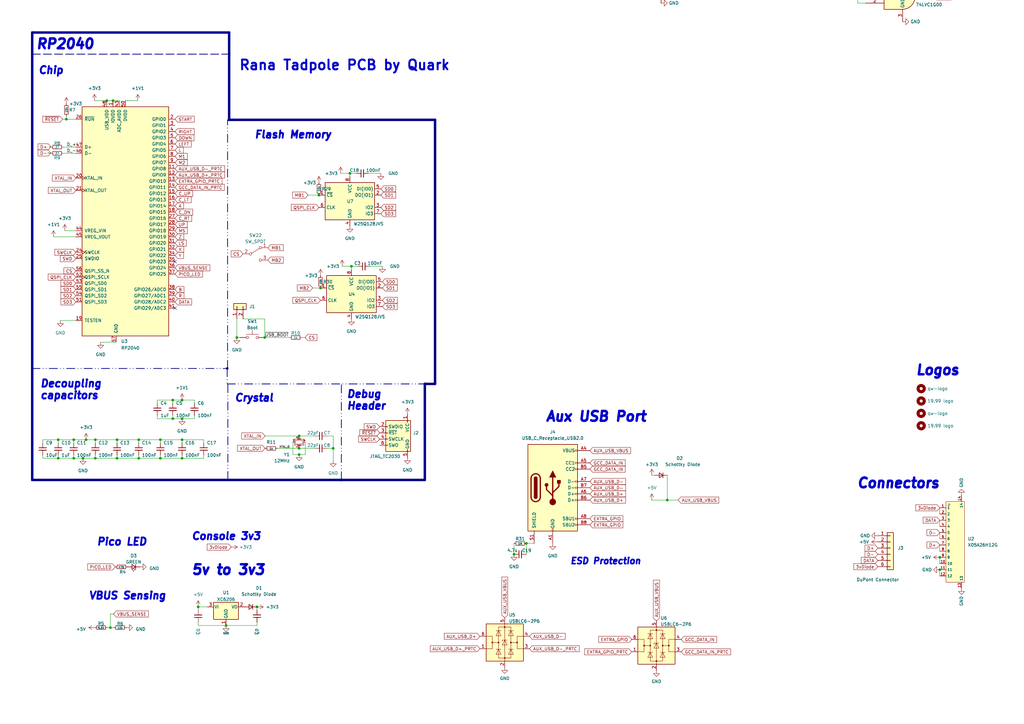
<source format=kicad_sch>
(kicad_sch (version 20230121) (generator eeschema)
  (paper "A3")
  (lib_symbols
    (symbol "74xGxx:74LVC1G00"
      (property "Reference" "U" (at -5.08 7.62 0))
      (property "Value" "74LVC1G00" (at 7.62 -7.62 0))
      (symbol "74LVC1G00_1_1"
        (pin input line (at -15.24 2.54 0) (length 7.62) (name "~") (number "1"))
        (pin input line (at -15.24 -2.54 0) (length 7.62) (name "~") (number "2"))
        (pin power_in line (at 0 -10.16 90) (length 5.08) (name "GND") (number "3"))
        (pin output inverted (at 12.7 0 180) (length 7.62) (name "~") (number "4"))
        (pin power_in line (at 0 10.16 270) (length 5.08) (name "VCC") (number "5"))
      )
    )
    (symbol "Connector:USB_C_Receptacle_USB2.0" (pin_names (offset 1.016))
      (property "Reference" "J" (at -10.16 19.05 0))
      (property "Value" "USB_C_Receptacle_USB2.0" (at 19.05 19.05 0))
      (symbol "USB_C_Receptacle_USB2.0_1_1"
        (pin passive line (at 0 -22.86 90) (length 5.08) (name "GND") (number "A1"))
        (pin passive line (at 0 -22.86 90) (length 5.08) hide (name "GND") (number "A12"))
        (pin passive line (at 15.24 15.24 180) (length 5.08) (name "VBUS") (number "A4"))
        (pin bidirectional line (at 15.24 10.16 180) (length 5.08) (name "CC1") (number "A5"))
        (pin bidirectional line (at 15.24 -2.54 180) (length 5.08) (name "D+") (number "A6"))
        (pin bidirectional line (at 15.24 2.54 180) (length 5.08) (name "D-") (number "A7"))
        (pin bidirectional line (at 15.24 -12.7 180) (length 5.08) (name "SBU1") (number "A8"))
        (pin passive line (at 15.24 15.24 180) (length 5.08) hide (name "VBUS") (number "A9"))
        (pin passive line (at 0 -22.86 90) (length 5.08) hide (name "GND") (number "B1"))
        (pin passive line (at 0 -22.86 90) (length 5.08) hide (name "GND") (number "B12"))
        (pin passive line (at 15.24 15.24 180) (length 5.08) hide (name "VBUS") (number "B4"))
        (pin bidirectional line (at 15.24 7.62 180) (length 5.08) (name "CC2") (number "B5"))
        (pin bidirectional line (at 15.24 -5.08 180) (length 5.08) (name "D+") (number "B6"))
        (pin bidirectional line (at 15.24 0 180) (length 5.08) (name "D-") (number "B7"))
        (pin bidirectional line (at 15.24 -15.24 180) (length 5.08) (name "SBU2") (number "B8"))
        (pin passive line (at 15.24 15.24 180) (length 5.08) hide (name "VBUS") (number "B9"))
        (pin passive line (at -7.62 -22.86 90) (length 5.08) (name "SHIELD") (number "S1"))
      )
    )
    (symbol "Connector_Generic:Conn_01x02" (pin_names (offset 1.016) hide)
      (property "Reference" "J" (at 0 2.54 0))
      (property "Value" "Conn_01x02" (at 0 -5.08 0))
      (symbol "Conn_01x02_1_1"
        (pin passive line (at -5.08 0 0) (length 3.81) (name "Pin_1") (number "1"))
        (pin passive line (at -5.08 -2.54 0) (length 3.81) (name "Pin_2") (number "2"))
      )
    )
    (symbol "Connector_Generic:Conn_01x06" (pin_names (offset 1.016) hide)
      (property "Reference" "J" (at 0 7.62 0))
      (property "Value" "Conn_01x06" (at 0 -10.16 0))
      (symbol "Conn_01x06_1_1"
        (pin passive line (at -5.08 5.08 0) (length 3.81) (name "Pin_1") (number "1"))
        (pin passive line (at -5.08 2.54 0) (length 3.81) (name "Pin_2") (number "2"))
        (pin passive line (at -5.08 0 0) (length 3.81) (name "Pin_3") (number "3"))
        (pin passive line (at -5.08 -2.54 0) (length 3.81) (name "Pin_4") (number "4"))
        (pin passive line (at -5.08 -5.08 0) (length 3.81) (name "Pin_5") (number "5"))
        (pin passive line (at -5.08 -7.62 0) (length 3.81) (name "Pin_6") (number "6"))
      )
    )
    (symbol "Device:C_Small" (pin_numbers hide) (pin_names (offset 0.254) hide)
      (property "Reference" "C" (at 0.254 1.778 0))
      (property "Value" "C_Small" (at 0.254 -2.032 0))
      (symbol "C_Small_1_1"
        (pin passive line (at 0 2.54 270) (length 2.032) (name "~") (number "1"))
        (pin passive line (at 0 -2.54 90) (length 2.032) (name "~") (number "2"))
      )
    )
    (symbol "Device:Crystal_GND24_Small" (pin_names (offset 1.016) hide)
      (property "Reference" "Y" (at 1.27 4.445 0))
      (property "Value" "Crystal_GND24_Small" (at 1.27 2.54 0))
      (symbol "Crystal_GND24_Small_1_1"
        (pin passive line (at -2.54 0 0) (length 1.27) (name "1") (number "1"))
        (pin passive line (at 0 -2.54 90) (length 0.635) (name "2") (number "2"))
        (pin passive line (at 2.54 0 180) (length 1.27) (name "3") (number "3"))
        (pin passive line (at 0 2.54 270) (length 0.635) (name "4") (number "4"))
      )
    )
    (symbol "Device:D_Small" (pin_numbers hide) (pin_names (offset 0.254) hide)
      (property "Reference" "D" (at -1.27 2.032 0))
      (property "Value" "D_Small" (at -3.81 -2.032 0))
      (symbol "D_Small_1_1"
        (pin passive line (at -2.54 0 0) (length 1.778) (name "K") (number "1"))
        (pin passive line (at 2.54 0 180) (length 1.778) (name "A") (number "2"))
      )
    )
    (symbol "Device:LED_Small" (pin_numbers hide) (pin_names (offset 0.254) hide)
      (property "Reference" "D" (at -1.27 3.175 0))
      (property "Value" "LED_Small" (at -4.445 -2.54 0))
      (symbol "LED_Small_1_1"
        (pin passive line (at -2.54 0 0) (length 1.778) (name "K") (number "1"))
        (pin passive line (at 2.54 0 180) (length 1.778) (name "A") (number "2"))
      )
    )
    (symbol "Device:R" (pin_numbers hide) (pin_names (offset 0))
      (property "Reference" "R" (at 2.032 0 90))
      (property "Value" "R" (at 0 0 90))
      (symbol "R_1_1"
        (pin passive line (at 0 3.81 270) (length 1.27) (name "~") (number "1"))
        (pin passive line (at 0 -3.81 90) (length 1.27) (name "~") (number "2"))
      )
    )
    (symbol "Device:R_Small" (pin_numbers hide) (pin_names (offset 0.254) hide)
      (property "Reference" "R" (at 0.762 0.508 0))
      (property "Value" "R_Small" (at 0.762 -1.016 0))
      (symbol "R_Small_1_1"
        (pin passive line (at 0 2.54 270) (length 0.762) (name "~") (number "1"))
        (pin passive line (at 0 -2.54 90) (length 0.762) (name "~") (number "2"))
      )
    )
    (symbol "GND_1" (power) (pin_names (offset 0))
      (property "Value" "GND_1" (at 0 -3.81 0))
      (symbol "GND_1_1_1"
        (pin power_in line (at 0 0 270) (length 0) hide (name "GND") (number "1"))
      )
    )
    (symbol "Mechanical:MountingHole" (pin_names (offset 1.016))
      (property "Reference" "H" (at 0 5.08 0))
      (property "Value" "MountingHole" (at 0 3.175 0))
    )
    (symbol "Memory_Flash:W25Q128JVS"
      (property "Reference" "U" (at -8.89 8.89 0))
      (property "Value" "W25Q128JVS" (at 7.62 8.89 0))
      (symbol "W25Q128JVS_1_1"
        (pin input line (at -12.7 2.54 0) (length 2.54) (name "~{CS}") (number "1"))
        (pin bidirectional line (at 12.7 2.54 180) (length 2.54) (name "DO(IO1)") (number "2"))
        (pin bidirectional line (at 12.7 -2.54 180) (length 2.54) (name "IO2") (number "3"))
        (pin power_in line (at 0 -10.16 90) (length 2.54) (name "GND") (number "4"))
        (pin bidirectional line (at 12.7 5.08 180) (length 2.54) (name "DI(IO0)") (number "5"))
        (pin input line (at -12.7 -2.54 0) (length 2.54) (name "CLK") (number "6"))
        (pin bidirectional line (at 12.7 -5.08 180) (length 2.54) (name "IO3") (number "7"))
        (pin power_in line (at 0 10.16 270) (length 2.54) (name "VCC") (number "8"))
      )
    )
    (symbol "Power_Protection:USBLC6-2P6" (pin_names hide)
      (property "Reference" "U" (at 2.54 8.89 0))
      (property "Value" "USBLC6-2P6" (at 2.54 -8.89 0))
      (symbol "USBLC6-2P6_1_1"
        (pin passive line (at -10.16 -2.54 0) (length 2.54) (name "I/O1") (number "1"))
        (pin passive line (at 0 -10.16 90) (length 2.54) (name "GND") (number "2"))
        (pin passive line (at 10.16 -2.54 180) (length 2.54) (name "I/O2") (number "3"))
        (pin passive line (at 10.16 2.54 180) (length 2.54) (name "I/O2") (number "4"))
        (pin passive line (at 0 10.16 270) (length 2.54) (name "VBUS") (number "5"))
        (pin passive line (at -10.16 2.54 0) (length 2.54) (name "I/O1") (number "6"))
      )
    )
    (symbol "Regulator_Linear:XC6206PxxxMR" (pin_names (offset 0.254))
      (property "Reference" "U" (at -3.81 3.175 0))
      (property "Value" "XC6206PxxxMR" (at 0 3.175 0))
      (symbol "XC6206PxxxMR_1_1"
        (pin power_in line (at 0 -7.62 90) (length 2.54) (name "GND") (number "1"))
        (pin power_out line (at 7.62 0 180) (length 2.54) (name "VO") (number "2"))
        (pin power_in line (at -7.62 0 0) (length 2.54) (name "VI") (number "3"))
      )
    )
    (symbol "Sleep-lib:RP2040" (pin_names (offset 1.016))
      (property "Reference" "U" (at 8.89 51.435 0))
      (property "Value" "RP2040" (at 8.89 48.895 0))
      (symbol "RP2040_1_1"
        (pin power_in line (at -5.08 50.8 270) (length 2.54) (name "IOVDD") (number "1"))
        (pin power_in line (at -5.08 50.8 270) (length 2.54) hide (name "IOVDD") (number "10"))
        (pin input line (at 20.32 22.86 180) (length 2.54) (name "GPIO8") (number "11"))
        (pin input line (at 20.32 20.32 180) (length 2.54) (name "GPIO9") (number "12"))
        (pin input line (at 20.32 17.78 180) (length 2.54) (name "GPIO10") (number "13"))
        (pin input line (at 20.32 15.24 180) (length 2.54) (name "GPIO11") (number "14"))
        (pin input line (at 20.32 12.7 180) (length 2.54) (name "GPIO12") (number "15"))
        (pin input line (at 20.32 10.16 180) (length 2.54) (name "GPIO13") (number "16"))
        (pin input line (at 20.32 7.62 180) (length 2.54) (name "GPIO14") (number "17"))
        (pin input line (at 20.32 5.08 180) (length 2.54) (name "GPIO15") (number "18"))
        (pin input line (at -20.32 -39.37 0) (length 2.54) (name "TESTEN") (number "19"))
        (pin input line (at 20.32 43.18 180) (length 2.54) (name "GPIO0") (number "2"))
        (pin input clock (at -20.32 19.05 0) (length 2.54) (name "XTAL_IN") (number "20"))
        (pin input clock (at -20.32 13.97 0) (length 2.54) (name "XTAL_OUT") (number "21"))
        (pin power_in line (at -5.08 50.8 270) (length 2.54) hide (name "IOVDD") (number "22"))
        (pin power_in line (at 0 50.8 270) (length 2.54) hide (name "DVDD") (number "23"))
        (pin input clock (at -20.32 -11.43 0) (length 2.54) (name "SWCLK") (number "24"))
        (pin bidirectional line (at -20.32 -13.97 0) (length 2.54) (name "SWDIO") (number "25"))
        (pin input line (at -20.32 43.18 0) (length 2.54) (name "~{RUN}") (number "26"))
        (pin input line (at 20.32 2.54 180) (length 2.54) (name "GPIO16") (number "27"))
        (pin input line (at 20.32 0 180) (length 2.54) (name "GPIO17") (number "28"))
        (pin input line (at 20.32 -2.54 180) (length 2.54) (name "GPIO18") (number "29"))
        (pin input line (at 20.32 40.64 180) (length 2.54) (name "GPIO1") (number "3"))
        (pin input line (at 20.32 -5.08 180) (length 2.54) (name "GPIO19") (number "30"))
        (pin input line (at 20.32 -7.62 180) (length 2.54) (name "GPIO20") (number "31"))
        (pin input line (at 20.32 -10.16 180) (length 2.54) (name "GPIO21") (number "32"))
        (pin power_in line (at -5.08 50.8 270) (length 2.54) hide (name "IOVDD") (number "33"))
        (pin input line (at 20.32 -12.7 180) (length 2.54) (name "GPIO22") (number "34"))
        (pin input line (at 20.32 -15.24 180) (length 2.54) (name "GPIO23") (number "35"))
        (pin input line (at 20.32 -17.78 180) (length 2.54) (name "GPIO24") (number "36"))
        (pin input line (at 20.32 -20.32 180) (length 2.54) (name "GPIO25") (number "37"))
        (pin input line (at 20.32 -26.67 180) (length 2.54) (name "GPIO26/ADC0") (number "38"))
        (pin input line (at 20.32 -29.21 180) (length 2.54) (name "GPIO27/ADC1") (number "39"))
        (pin input line (at 20.32 38.1 180) (length 2.54) (name "GPIO2") (number "4"))
        (pin input line (at 20.32 -31.75 180) (length 2.54) (name "GPIO28/ADC2") (number "40"))
        (pin input line (at 20.32 -34.29 180) (length 2.54) (name "GPIO29/ADC3") (number "41"))
        (pin power_in line (at -5.08 50.8 270) (length 2.54) hide (name "IOVDD") (number "42"))
        (pin power_in line (at -2.54 50.8 270) (length 2.54) (name "ADC_AVDD") (number "43"))
        (pin power_in line (at -20.32 -2.54 0) (length 2.54) (name "VREG_VIN") (number "44"))
        (pin power_out line (at -20.32 -5.08 0) (length 2.54) (name "VREG_VOUT") (number "45"))
        (pin bidirectional line (at -20.32 29.21 0) (length 2.54) (name "D-") (number "46"))
        (pin bidirectional line (at -20.32 31.75 0) (length 2.54) (name "D+") (number "47"))
        (pin power_in line (at -7.62 50.8 270) (length 2.54) (name "USB_VDD") (number "48"))
        (pin power_in line (at -5.08 50.8 270) (length 2.54) hide (name "IOVDD") (number "49"))
        (pin input line (at 20.32 35.56 180) (length 2.54) (name "GPIO3") (number "5"))
        (pin power_in line (at 0 50.8 270) (length 2.54) (name "DVDD") (number "50"))
        (pin bidirectional line (at -20.32 -31.75 0) (length 2.54) (name "QSPI_SD3") (number "51"))
        (pin input clock (at -20.32 -21.59 0) (length 2.54) (name "QSPI_SCLK") (number "52"))
        (pin bidirectional line (at -20.32 -24.13 0) (length 2.54) (name "QSPI_SD0") (number "53"))
        (pin bidirectional line (at -20.32 -29.21 0) (length 2.54) (name "QSPI_SD2") (number "54"))
        (pin bidirectional line (at -20.32 -26.67 0) (length 2.54) (name "QSPI_SD1") (number "55"))
        (pin bidirectional line (at -20.32 -19.05 0) (length 2.54) (name "QSPI_SS_N") (number "56"))
        (pin power_in line (at -3.81 -48.26 90) (length 2.54) (name "GND") (number "57"))
        (pin input line (at 20.32 33.02 180) (length 2.54) (name "GPIO4") (number "6"))
        (pin input line (at 20.32 30.48 180) (length 2.54) (name "GPIO5") (number "7"))
        (pin input line (at 20.32 27.94 180) (length 2.54) (name "GPIO6") (number "8"))
        (pin input line (at 20.32 25.4 180) (length 2.54) (name "GPIO7") (number "9"))
      )
    )
    (symbol "Switch:SW_Push" (pin_numbers hide) (pin_names (offset 1.016) hide)
      (property "Reference" "SW" (at 1.27 2.54 0))
      (property "Value" "SW_Push" (at 0 -1.524 0))
      (symbol "SW_Push_0_1"
        (pin passive line (at -5.08 0 0) (length 2.54) (name "1") (number "1"))
        (pin passive line (at 5.08 0 180) (length 2.54) (name "2") (number "2"))
      )
    )
    (symbol "Switch:SW_SPDT" (pin_names (offset 0) hide)
      (property "Reference" "SW" (at 0 4.318 0))
      (property "Value" "SW_SPDT" (at 0 -5.08 0))
      (symbol "SW_SPDT_1_1"
        (pin passive line (at 5.08 2.54 180) (length 2.54) (name "A") (number "1"))
        (pin passive line (at -5.08 0 0) (length 2.54) (name "B") (number "2"))
        (pin passive line (at 5.08 -2.54 180) (length 2.54) (name "C") (number "3"))
      )
    )
    (symbol "X05A26H12G:X05A26H12G"
      (property "Reference" "U" (at 0 1.27 0))
      (property "Value" "X05A26H12G" (at 0 -2.54 0))
      (symbol "X05A26H12G_0_1"
        (pin unspecified line (at -5.08 13.97 0) (length 2.54) (name "1") (number "1"))
        (pin unspecified line (at -5.08 -8.89 0) (length 2.54) (name "10") (number "10"))
        (pin unspecified line (at -5.08 -11.43 0) (length 2.54) (name "11") (number "11"))
        (pin unspecified line (at -5.08 -13.97 0) (length 2.54) (name "12") (number "12"))
        (pin unspecified line (at 3.81 -19.05 90) (length 2.54) (name "13") (number "13"))
        (pin unspecified line (at 3.81 19.05 270) (length 2.54) (name "14") (number "14"))
        (pin unspecified line (at -5.08 11.43 0) (length 2.54) (name "2") (number "2"))
        (pin unspecified line (at -5.08 8.89 0) (length 2.54) (name "3") (number "3"))
        (pin unspecified line (at -5.08 6.35 0) (length 2.54) (name "4") (number "4"))
        (pin unspecified line (at -5.08 3.81 0) (length 2.54) (name "5") (number "5"))
        (pin unspecified line (at -5.08 1.27 0) (length 2.54) (name "6") (number "6"))
        (pin unspecified line (at -5.08 -1.27 0) (length 2.54) (name "7") (number "7"))
        (pin unspecified line (at -5.08 -3.81 0) (length 2.54) (name "8") (number "8"))
        (pin unspecified line (at -5.08 -6.35 0) (length 2.54) (name "9") (number "9"))
      )
    )
    (symbol "marbastlib-various:JTAG_TC2030" (pin_names (offset 1.016))
      (property "Reference" "J" (at -3.81 -6.35 0))
      (property "Value" "JTAG_TC2030" (at -10.16 8.89 0))
      (symbol "JTAG_TC2030_1_1"
        (pin passive line (at 5.08 10.16 270) (length 2.54) (name "VCC") (number "1"))
        (pin passive line (at -6.35 5.08 0) (length 2.54) (name "SWDIO") (number "2"))
        (pin passive line (at -6.35 2.54 0) (length 2.54) (name "~{RST}") (number "3"))
        (pin passive line (at -6.35 0 0) (length 2.54) (name "SWCLK") (number "4"))
        (pin passive line (at 5.08 -7.62 90) (length 2.54) (name "GND") (number "5"))
        (pin passive line (at -6.35 -2.54 0) (length 2.54) (name "SWO") (number "6"))
      )
    )
    (symbol "power:+1V1" (power) (pin_names (offset 0))
      (property "Value" "+1V1" (at 0 3.556 0))
      (symbol "+1V1_1_1"
        (pin power_in line (at 0 0 90) (length 0) hide (name "+1V1") (number "1"))
      )
    )
    (symbol "power:+3.3V" (power) (pin_names (offset 0))
      (property "Value" "+3.3V" (at 0 3.556 0))
      (symbol "+3.3V_1_1"
        (pin power_in line (at 0 0 90) (length 0) hide (name "+3V3") (number "1"))
      )
    )
    (symbol "power:+3V3" (power) (pin_names (offset 0))
      (property "Value" "+3V3" (at 0 3.556 0))
      (symbol "+3V3_1_1"
        (pin power_in line (at 0 0 90) (length 0) hide (name "+3V3") (number "1"))
      )
    )
    (symbol "power:+5V" (power) (pin_names (offset 0))
      (property "Value" "+5V" (at 0 3.556 0))
      (symbol "+5V_1_1"
        (pin power_in line (at 0 0 90) (length 0) hide (name "+5V") (number "1"))
      )
    )
    (symbol "power:GND" (power) (pin_names (offset 0))
      (property "Value" "GND" (at 0 -3.81 0))
      (symbol "GND_1_1"
        (pin power_in line (at 0 0 270) (length 0) hide (name "GND") (number "1"))
      )
    )
    (symbol "ranatadpole:RanaTadpole"
      (property "Reference" "SW" (at 0 -6.35 0))
      (symbol "RanaTadpole_1_1"
        (pin passive line (at -2.54 3.81 0) (length 2.54) (name "1") (number "1"))
        (pin passive line (at -2.54 0 0) (length 2.54) (name "2") (number "2"))
        (pin passive line (at -2.54 -3.81 0) (length 2.54) (name "3") (number "3"))
      )
    )
  )
  (junction (at 350.52 -158.115))
  (junction (at 341.63 -229.235))
  (junction (at 136.652 183.896))
  (junction (at 478.79 -255.905))
  (junction (at 213.36 -88.265))
  (junction (at 122.682 183.896))
  (junction (at 95.25 -172.72))
  (junction (at 65.786 187.96))
  (junction (at 273.685 205.105))
  (junction (at 37.465 -137.795))
  (junction (at 27.2222 48.895))
  (junction (at 70.866 171.704))
  (junction (at 207.645 -78.105))
  (junction (at 173.99 -220.98))
  (junction (at 65.786 180.34))
  (junction (at 144.145 109.22))
  (junction (at 210.82 227.33))
  (junction (at 335.915 -219.075))
  (junction (at 408.305 -255.27))
  (junction (at 122.682 186.436))
  (junction (at 30.226 187.96))
  (junction (at 130.81 80.01))
  (junction (at 81.28 248.92) (diameter 0.9144))
  (junction (at 43.815 41.275))
  (junction (at 385.445 228.6))
  (junction (at 429.26 -125.73))
  (junction (at 13.208 22.225))
  (junction (at 359.41 -97.155))
  (junction (at 484.505 -266.065))
  (junction (at 426.72 -189.865))
  (junction (at 31.75 -127.635))
  (junction (at 565.785 -252.73))
  (junction (at 140.001 196.85))
  (junction (at 351.79 -28.575))
  (junction (at 23.876 187.96))
  (junction (at 74.676 171.704))
  (junction (at 46.355 41.275))
  (junction (at 356.235 -168.275))
  (junction (at 93.98 49.149))
  (junction (at 421.005 -46.99))
  (junction (at 97.155 138.43))
  (junction (at 155.575 -156.845))
  (junction (at 219.075 -140.97))
  (junction (at 89.535 -162.56))
  (junction (at 143.51 71.12))
  (junction (at 426.72 -57.15))
  (junction (at 39.116 187.96))
  (junction (at 504.19 -203.835))
  (junction (at 105.41 248.92))
  (junction (at 252.73 -36.195))
  (junction (at 567.69 -181.61))
  (junction (at 498.475 -193.675))
  (junction (at 573.405 -191.77))
  (junction (at 23.876 180.34))
  (junction (at 35.306 180.34))
  (junction (at 56.896 187.96))
  (junction (at 385.445 233.68))
  (junction (at 247.015 -26.035))
  (junction (at 93.1852 151.13))
  (junction (at 30.226 180.34))
  (junction (at 161.29 -167.005))
  (junction (at 492.125 -86.995))
  (junction (at 353.695 -86.995))
  (junction (at 74.676 180.34))
  (junction (at 70.866 164.084))
  (junction (at 224.79 -151.13))
  (junction (at 174.244 157.4631))
  (junction (at 421.005 -179.705))
  (junction (at 122.682 178.816))
  (junction (at 34.036 187.96))
  (junction (at 56.896 180.34))
  (junction (at 74.676 164.084))
  (junction (at 402.59 -245.11))
  (junction (at 93.98 22.225))
  (junction (at 92.71 256.54) (diameter 0.9144))
  (junction (at 179.705 -231.14))
  (junction (at 215.9 222.885))
  (junction (at 131.445 118.11))
  (junction (at 346.075 -18.415))
  (junction (at 74.676 187.96))
  (junction (at 48.006 180.34))
  (junction (at 48.006 187.96))
  (junction (at 45.2882 257.4036))
  (junction (at 423.545 -115.57))
  (junction (at 486.41 -76.835))
  (junction (at 39.116 180.34))
  (junction (at 108.585 138.43))
  (junction (at 560.07 -242.57))
  (no_connect (at 71.755 107.315))
  (no_connect (at 71.755 126.365))
  (wire (pts (xy 460.375 -117.475) (xy 460.375 -123.19)))
  (wire (pts (xy 34.036 187.96) (xy 39.116 187.96)))
  (wire (pts (xy 192.405 -152.4) (xy 192.405 -139.7)))
  (wire (pts (xy 432.435 -109.855) (xy 456.565 -109.855)))
  (wire (pts (xy 487.68 -250.19) (xy 511.81 -250.19)))
  (wire (pts (xy 92.71 256.54) (xy 81.28 256.54)))
  (wire (pts (xy 519.43 -71.12) (xy 519.43 -78.74)))
  (wire (pts (xy 429.895 -160.02) (xy 426.72 -160.02)))
  (wire (pts (xy 164.465 -151.13) (xy 188.595 -151.13)))
  (wire (pts (xy 74.676 164.084) (xy 79.756 164.084)))
  (wire (pts (xy 344.805 -199.39) (xy 341.63 -199.39)))
  (wire (pts (xy 362.585 -81.28) (xy 386.715 -81.28)))
  (wire (pts (xy 335.915 -219.075) (xy 334.01 -219.075)))
  (wire (pts (xy 481.965 -252.095) (xy 481.965 -266.065)))
  (wire (pts (xy 20.9042 60.325) (xy 20.2692 60.325)))
  (wire (pts (xy 151.13 71.12) (xy 156.21 71.12)))
  (wire (pts (xy 40.64 -121.92) (xy 64.77 -121.92)))
  (bus (pts (xy 140.001 196.85) (xy 140.001 157.48)) (stroke (width 0) (type dash_dot_dot)))
  (wire (pts (xy 83.566 187.96) (xy 83.566 186.69)))
  (wire (pts (xy 423.545 -115.57) (xy 421.64 -115.57)))
  (wire (pts (xy 74.676 187.96) (xy 74.676 186.69)))
  (wire (pts (xy 122.555 -156.845) (xy 122.555 -164.465)))
  (wire (pts (xy 484.505 -73.025) (xy 489.585 -73.025)))
  (wire (pts (xy 46.355 41.275) (xy 48.895 41.275)))
  (wire (pts (xy 31.115 97.155) (xy 21.9456 97.155)))
  (wire (pts (xy 64.516 171.704) (xy 70.866 171.704)))
  (wire (pts (xy 496.57 -189.865) (xy 501.65 -189.865)))
  (wire (pts (xy 570.865 -177.8) (xy 570.865 -191.77)))
  (wire (pts (xy 426.72 -179.705) (xy 421.005 -179.705)))
  (wire (pts (xy 280.035 -20.32) (xy 280.035 -27.94)))
  (bus (pts (xy 93.98 13.335) (xy 93.98 22.225)) (stroke (width 1)))
  (wire (pts (xy 400.685 -241.3) (xy 405.765 -241.3)))
  (bus (pts (xy 13.208 22.225) (xy 93.98 22.225)) (stroke (width 0) (type dash)))
  (wire (pts (xy 487.68 -236.22) (xy 484.505 -236.22)))
  (wire (pts (xy 255.905 -20.32) (xy 280.035 -20.32)))
  (wire (pts (xy 523.24 -78.74) (xy 523.24 -84.455)))
  (wire (pts (xy 565.785 -177.8) (xy 570.865 -177.8)))
  (wire (pts (xy 489.585 -86.995) (xy 492.125 -86.995)))
  (wire (pts (xy 560.07 -242.57) (xy 558.165 -242.57)))
  (wire (pts (xy 484.505 -236.22) (xy 484.505 -255.905)))
  (wire (pts (xy 429.895 -52.07) (xy 429.895 -42.545)))
  (wire (pts (xy 426.72 -46.99) (xy 421.005 -46.99)))
  (wire (pts (xy 492.125 -86.995) (xy 495.3 -86.995)))
  (wire (pts (xy 565.785 -222.885) (xy 565.785 -242.57)))
  (wire (pts (xy 359.41 -143.51) (xy 359.41 -152.4)))
  (wire (pts (xy 70.866 164.084) (xy 64.516 164.084)))
  (wire (pts (xy 424.18 -175.895) (xy 424.18 -189.865)))
  (wire (pts (xy 161.29 -156.845) (xy 155.575 -156.845)))
  (wire (pts (xy 344.805 -213.36) (xy 368.935 -213.36)))
  (wire (pts (xy 120.142 181.356) (xy 120.142 186.436)))
  (wire (pts (xy 64.516 170.434) (xy 64.516 171.704)))
  (wire (pts (xy 385.445 223.52) (xy 385.445 226.06)))
  (wire (pts (xy 139.7 71.12) (xy 143.51 71.12)))
  (wire (pts (xy 213.36 -78.105) (xy 207.645 -78.105)))
  (wire (pts (xy 515.62 -251.46) (xy 515.62 -238.76)))
  (wire (pts (xy 39.116 187.96) (xy 48.006 187.96)))
  (bus (pts (xy 174.244 157.4631) (xy 174.244 157.48)))
  (wire (pts (xy 351.79 -28.575) (xy 354.965 -28.575)))
  (wire (pts (xy 252.095 -142.875) (xy 255.905 -142.875)))
  (wire (pts (xy 39.116 187.96) (xy 39.116 186.69)))
  (wire (pts (xy 359.41 -97.155) (xy 362.585 -97.155)))
  (wire (pts (xy 65.786 187.96) (xy 74.676 187.96)))
  (wire (pts (xy 348.615 -154.305) (xy 353.695 -154.305)))
  (wire (pts (xy 27.2222 48.895) (xy 31.115 48.895)))
  (wire (pts (xy 372.745 -220.98) (xy 372.745 -226.695)))
  (bus (pts (xy 13.208 196.85) (xy 140.001 196.85)) (stroke (width 1)))
  (wire (pts (xy 576.58 -167.005) (xy 576.58 -175.895)))
  (wire (pts (xy 17.526 180.34) (xy 23.876 180.34)))
  (wire (pts (xy 531.495 -187.96) (xy 531.495 -195.58)))
  (wire (pts (xy 56.896 187.96) (xy 65.786 187.96)))
  (bus (pts (xy 93.345 49.149) (xy 93.98 49.149)) (stroke (width 0) (type dash_dot_dot)))
  (wire (pts (xy 188.595 -151.13) (xy 188.595 -158.75)))
  (bus (pts (xy 93.1852 151.13) (xy 93.1852 157.4631)) (stroke (width 0) (type dash_dot_dot)))
  (wire (pts (xy 421.005 -179.705) (xy 419.1 -179.705)))
  (bus (pts (xy 178.435 157.4631) (xy 178.435 49.149)) (stroke (width 1)))
  (wire (pts (xy 255.905 -142.875) (xy 255.905 -148.59)))
  (wire (pts (xy 215.9 222.885) (xy 219.075 222.885)))
  (wire (pts (xy 37.465 -107.95) (xy 37.465 -127.635)))
  (wire (pts (xy 362.585 -82.55) (xy 390.525 -82.55)))
  (wire (pts (xy 92.71 -172.72) (xy 95.25 -172.72)))
  (wire (pts (xy 429.895 -32.385) (xy 429.895 -41.275)))
  (wire (pts (xy 74.676 187.96) (xy 83.566 187.96)))
  (wire (pts (xy 501.65 -189.865) (xy 501.65 -203.835)))
  (wire (pts (xy 252.73 -36.195) (xy 255.905 -36.195)))
  (wire (pts (xy 385.445 233.68) (xy 385.445 236.22)))
  (wire (pts (xy 354.965 -3.81) (xy 354.965 -12.7)))
  (wire (pts (xy 344.805 -224.155) (xy 344.805 -214.63)))
  (wire (pts (xy 568.96 -222.885) (xy 565.785 -222.885)))
  (wire (pts (xy 429.895 -27.305) (xy 426.72 -27.305)))
  (wire (pts (xy 432.435 -95.885) (xy 429.26 -95.885)))
  (wire (pts (xy 87.63 -158.75) (xy 92.71 -158.75)))
  (wire (pts (xy 411.48 -230.505) (xy 411.48 -239.395)))
  (bus (pts (xy 93.345 151.13) (xy 93.345 49.149)) (stroke (width 0) (type dash_dot_dot)))
  (wire (pts (xy 219.075 -140.97) (xy 217.17 -140.97)))
  (wire (pts (xy 596.9 -244.475) (xy 596.9 -250.19)))
  (wire (pts (xy 354.965 -23.495) (xy 354.965 -13.97)))
  (wire (pts (xy 563.245 -252.73) (xy 565.785 -252.73)))
  (wire (pts (xy 568.96 -236.855) (xy 593.09 -236.855)))
  (wire (pts (xy 40.64 -107.95) (xy 37.465 -107.95)))
  (wire (pts (xy 426.72 -160.02) (xy 426.72 -179.705)))
  (wire (pts (xy 600.71 -175.895) (xy 600.71 -183.515)))
  (wire (pts (xy 227.965 -146.05) (xy 227.965 -136.525)))
  (wire (pts (xy 125.222 181.356) (xy 125.222 186.436)))
  (wire (pts (xy 362.585 -67.31) (xy 359.41 -67.31)))
  (wire (pts (xy 56.896 180.34) (xy 56.896 181.61)))
  (wire (pts (xy 429.26 -95.885) (xy 429.26 -115.57)))
  (wire (pts (xy 164.465 -137.16) (xy 161.29 -137.16)))
  (wire (pts (xy 74.676 164.084) (xy 70.866 164.084)))
  (wire (pts (xy 177.165 -217.17) (xy 177.165 -231.14)))
  (bus (pts (xy 93.1852 151.13) (xy 93.345 151.13)) (stroke (width 0) (type dash_dot_dot)))
  (wire (pts (xy 351.79 -18.415) (xy 346.075 -18.415)))
  (wire (pts (xy 359.41 -86.995) (xy 353.695 -86.995)))
  (wire (pts (xy 35.306 180.34) (xy 39.116 180.34)))
  (wire (pts (xy 424.18 -57.15) (xy 426.72 -57.15)))
  (wire (pts (xy 56.896 186.69) (xy 56.896 187.96)))
  (wire (pts (xy 255.905 -136.525) (xy 255.905 -123.825)))
  (wire (pts (xy 486.41 -76.835) (xy 484.505 -76.835)))
  (wire (pts (xy 429.895 -41.275) (xy 454.025 -41.275)))
  (wire (pts (xy 108.585 130.81) (xy 108.585 138.43)))
  (bus (pts (xy 93.4392 157.7171) (xy 93.4392 197.104)) (stroke (width 0) (type dash_dot_dot)))
  (wire (pts (xy 351.79 1.27) (xy 351.79 -18.415)))
  (wire (pts (xy 421.64 -111.76) (xy 426.72 -111.76)))
  (bus (pts (xy 13.081 151.13) (xy 93.1852 151.13)) (stroke (width 0) (type dash_dot_dot)))
  (wire (pts (xy 484.505 -266.065) (xy 487.68 -266.065)))
  (wire (pts (xy 56.896 180.34) (xy 65.786 180.34)))
  (wire (pts (xy 182.88 -201.295) (xy 179.705 -201.295)))
  (wire (pts (xy 535.305 -195.58) (xy 535.305 -201.295)))
  (wire (pts (xy 487.68 -251.46) (xy 515.62 -251.46)))
  (wire (pts (xy 95.25 -172.72) (xy 98.425 -172.72)))
  (wire (pts (xy 429.26 -125.73) (xy 432.435 -125.73)))
  (wire (pts (xy 495.3 -81.915) (xy 495.3 -72.39)))
  (wire (pts (xy 356.87 -97.155) (xy 359.41 -97.155)))
  (wire (pts (xy 98.425 -156.845) (xy 122.555 -156.845)))
  (wire (pts (xy 495.3 -62.23) (xy 495.3 -71.12)))
  (wire (pts (xy 74.676 180.34) (xy 83.566 180.34)))
  (wire (pts (xy 26.5684 94.615) (xy 31.115 94.615)))
  (wire (pts (xy 43.815 41.275) (xy 46.355 41.275)))
  (wire (pts (xy 341.63 -229.235) (xy 344.805 -229.235)))
  (wire (pts (xy 134.112 178.816) (xy 136.652 178.816)))
  (wire (pts (xy 507.365 -179.07) (xy 507.365 -187.96)))
  (wire (pts (xy 511.81 -250.19) (xy 511.81 -257.81)))
  (wire (pts (xy 255.905 -21.59) (xy 283.845 -21.59)))
  (wire (pts (xy 498.475 -193.675) (xy 496.57 -193.675)))
  (wire (pts (xy 341.63 -219.075) (xy 335.915 -219.075)))
  (wire (pts (xy 252.73 -26.035) (xy 247.015 -26.035)))
  (wire (pts (xy 429.895 -184.785) (xy 429.895 -175.26)))
  (wire (pts (xy 523.24 -72.39) (xy 523.24 -59.69)))
  (wire (pts (xy 92.71 -158.75) (xy 92.71 -172.72)))
  (wire (pts (xy 210.82 222.885) (xy 210.82 227.33)))
  (wire (pts (xy 267.335 194.945) (xy 268.605 194.945)))
  (wire (pts (xy 46.5582 251.8156) (xy 45.2882 251.8156)))
  (wire (pts (xy 600.71 -183.515) (xy 604.52 -183.515)))
  (wire (pts (xy 81.28 248.92) (xy 81.28 250.19)))
  (wire (pts (xy 565.785 -242.57) (xy 560.07 -242.57)))
  (wire (pts (xy 411.48 -240.665) (xy 439.42 -240.665)))
  (wire (pts (xy 70.866 164.084) (xy 70.866 165.354)))
  (wire (pts (xy 224.79 -151.13) (xy 227.965 -151.13)))
  (wire (pts (xy 45.2882 257.4036) (xy 46.736 257.4036)))
  (wire (pts (xy 179.705 -201.295) (xy 179.705 -220.98)))
  (wire (pts (xy 207.645 -78.105) (xy 205.74 -78.105)))
  (wire (pts (xy 182.88 -216.535) (xy 210.82 -216.535)))
  (wire (pts (xy 244.475 -80.01) (xy 244.475 -85.725)))
  (wire (pts (xy 515.62 -257.81) (xy 515.62 -263.525)))
  (wire (pts (xy 405.765 -255.27) (xy 408.305 -255.27)))
  (wire (pts (xy 65.786 180.34) (xy 74.676 180.34)))
  (wire (pts (xy 31.75 -127.635) (xy 29.845 -127.635)))
  (wire (pts (xy 222.25 -151.13) (xy 224.79 -151.13)))
  (bus (pts (xy 93.98 49.149) (xy 93.98 48.26)) (stroke (width 0) (type dash_dot_dot)))
  (wire (pts (xy 30.226 180.34) (xy 23.876 180.34)))
  (wire (pts (xy 383.54 -152.4) (xy 383.54 -160.02)))
  (wire (pts (xy 74.676 171.704) (xy 79.756 171.704)))
  (wire (pts (xy 359.41 -138.43) (xy 356.235 -138.43)))
  (wire (pts (xy 424.18 -43.18) (xy 424.18 -57.15)))
  (wire (pts (xy 383.54 -160.02) (xy 387.35 -160.02)))
  (wire (pts (xy 182.88 -226.06) (xy 182.88 -216.535)))
  (wire (pts (xy 429.895 -173.99) (xy 454.025 -173.99)))
  (wire (pts (xy 354.965 1.27) (xy 351.79 1.27)))
  (wire (pts (xy 136.652 183.896) (xy 134.112 183.896)))
  (wire (pts (xy 95.25 -142.875) (xy 95.25 -162.56)))
  (wire (pts (xy 161.29 -137.16) (xy 161.29 -156.845)))
  (wire (pts (xy 120.142 186.436) (xy 122.682 186.436)))
  (wire (pts (xy 408.305 -225.425) (xy 408.305 -245.11)))
  (wire (pts (xy 346.075 -18.415) (xy 344.17 -18.415)))
  (wire (pts (xy 535.305 -189.23) (xy 535.305 -176.53)))
  (bus (pts (xy 13.208 13.335) (xy 93.98 13.335)) (stroke (width 1)))
  (wire (pts (xy 143.51 71.12) (xy 143.51 72.39)))
  (wire (pts (xy 30.226 187.96) (xy 34.036 187.96)))
  (wire (pts (xy 99.695 130.81) (xy 108.585 130.81)))
  (bus (pts (xy 93.98 22.225) (xy 93.98 49.149)) (stroke (width 1)))
  (wire (pts (xy 349.25 -28.575) (xy 351.79 -28.575)))
  (wire (pts (xy 255.905 -31.115) (xy 255.905 -21.59)))
  (wire (pts (xy 372.745 -214.63) (xy 372.745 -201.93)))
  (wire (pts (xy 454.025 -48.895) (xy 457.835 -48.895)))
  (wire (pts (xy 70.866 170.434) (xy 70.866 171.704)))
  (wire (pts (xy 81.28 255.27) (xy 81.28 256.54)))
  (wire (pts (xy 385.445 213.36) (xy 385.445 215.9)))
  (wire (pts (xy 51.435 41.275) (xy 56.515 41.275)))
  (wire (pts (xy 48.006 180.34) (xy 48.006 181.61)))
  (wire (pts (xy 17.526 181.61) (xy 17.526 180.34)))
  (wire (pts (xy 227.965 -126.365) (xy 227.965 -135.255)))
  (wire (pts (xy 210.82 -222.885) (xy 210.82 -228.6)))
  (wire (pts (xy 359.41 -163.195) (xy 359.41 -153.67)))
  (wire (pts (xy 240.665 -72.39) (xy 240.665 -80.01)))
  (wire (pts (xy 344.805 -214.63) (xy 372.745 -214.63)))
  (wire (pts (xy 568.96 -247.65) (xy 568.96 -238.125)))
  (wire (pts (xy 164.465 -152.4) (xy 192.405 -152.4)))
  (wire (pts (xy 140.335 109.22) (xy 144.145 109.22)))
  (wire (pts (xy 385.445 208.28) (xy 385.445 210.82)))
  (wire (pts (xy 476.885 -252.095) (xy 481.965 -252.095)))
  (wire (pts (xy 227.965 -121.285) (xy 224.79 -121.285)))
  (wire (pts (xy 576.58 -175.895) (xy 600.71 -175.895)))
  (wire (pts (xy 177.165 -231.14) (xy 179.705 -231.14)))
  (wire (pts (xy 495.3 -57.15) (xy 492.125 -57.15)))
  (wire (pts (xy 182.88 -215.265) (xy 207.01 -215.265)))
  (wire (pts (xy 487.68 -241.3) (xy 487.68 -250.19)))
  (wire (pts (xy 108.712 178.816) (xy 122.682 178.816)))
  (wire (pts (xy 604.52 -177.165) (xy 604.52 -164.465)))
  (bus (pts (xy 93.1852 157.4631) (xy 174.244 157.4631)) (stroke (width 0) (type dash_dot_dot)))
  (wire (pts (xy 429.895 -42.545) (xy 457.835 -42.545)))
  (wire (pts (xy 426.72 -111.76) (xy 426.72 -125.73)))
  (wire (pts (xy 402.59 -245.11) (xy 400.685 -245.11)))
  (wire (pts (xy 25.9842 62.865) (xy 31.115 62.865)))
  (wire (pts (xy 350.52 -158.115) (xy 348.615 -158.115)))
  (wire (pts (xy 386.715 -81.28) (xy 386.715 -88.9)))
  (wire (pts (xy 126.365 -164.465) (xy 126.365 -170.18)))
  (wire (pts (xy 30.226 180.34) (xy 35.306 180.34)))
  (wire (pts (xy 429.895 -175.26) (xy 457.835 -175.26)))
  (wire (pts (xy 255.905 -6.35) (xy 252.73 -6.35)))
  (wire (pts (xy 65.786 186.69) (xy 65.786 187.96)))
  (wire (pts (xy 576.58 -186.69) (xy 576.58 -177.165)))
  (wire (pts (xy 339.09 -215.265) (xy 339.09 -229.235)))
  (wire (pts (xy 435.61 -239.395) (xy 435.61 -247.015)))
  (wire (pts (xy 192.405 -158.75) (xy 192.405 -164.465)))
  (wire (pts (xy 240.665 -80.01) (xy 244.475 -80.01)))
  (wire (pts (xy 68.58 -123.19) (xy 68.58 -110.49)))
  (wire (pts (xy 359.41 -153.67) (xy 387.35 -153.67)))
  (wire (pts (xy 20.2692 60.198) (xy 20.86 60.198)))
  (wire (pts (xy 387.35 -160.02) (xy 387.35 -165.735)))
  (wire (pts (xy 353.695 -154.305) (xy 353.695 -168.275)))
  (wire (pts (xy 164.465 -161.925) (xy 164.465 -152.4)))
  (wire (pts (xy 408.305 -245.11) (xy 402.59 -245.11)))
  (wire (pts (xy 125.222 186.436) (xy 122.682 186.436)))
  (wire (pts (xy 576.58 -161.925) (xy 573.405 -161.925)))
  (wire (pts (xy 519.43 -78.74) (xy 523.24 -78.74)))
  (wire (pts (xy 504.19 -203.835) (xy 507.365 -203.835)))
  (wire (pts (xy 460.375 -111.125) (xy 460.375 -98.425)))
  (wire (pts (xy 408.305 -255.27) (xy 411.48 -255.27)))
  (wire (pts (xy 504.19 -173.99) (xy 504.19 -193.675)))
  (wire (pts (xy 405.765 -241.3) (xy 405.765 -255.27)))
  (wire (pts (xy 48.006 187.96) (xy 48.006 186.69)))
  (wire (pts (xy 48.006 187.96) (xy 56.896 187.96)))
  (wire (pts (xy 245.11 -22.225) (xy 250.19 -22.225)))
  (wire (pts (xy 507.365 -173.99) (xy 504.19 -173.99)))
  (wire (pts (xy 457.835 -48.895) (xy 457.835 -54.61)))
  (wire (pts (xy 273.685 205.105) (xy 278.13 205.105)))
  (wire (pts (xy 481.965 -266.065) (xy 484.505 -266.065)))
  (wire (pts (xy 188.595 -158.75) (xy 192.405 -158.75)))
  (wire (pts (xy 432.435 -111.125) (xy 460.375 -111.125)))
  (wire (pts (xy 596.9 -238.125) (xy 596.9 -225.425)))
  (wire (pts (xy 339.09 -229.235) (xy 341.63 -229.235)))
  (wire (pts (xy 215.9 222.885) (xy 215.9 227.33)))
  (wire (pts (xy 362.585 -72.39) (xy 362.585 -81.28)))
  (wire (pts (xy 573.405 -161.925) (xy 573.405 -181.61)))
  (wire (pts (xy 487.68 -260.985) (xy 487.68 -251.46)))
  (wire (pts (xy 354.965 -12.7) (xy 379.095 -12.7)))
  (wire (pts (xy 426.72 -57.15) (xy 429.895 -57.15)))
  (wire (pts (xy 172.085 -217.17) (xy 177.165 -217.17)))
  (wire (pts (xy 20.9042 62.865) (xy 19.6342 62.865)))
  (wire (pts (xy 136.652 183.896) (xy 136.652 188.976)))
  (wire (pts (xy 27.2222 47.625) (xy 27.2222 48.895)))
  (bus (pts (xy 13.208 22.225) (xy 13.208 196.85)) (stroke (width 1)))
  (wire (pts (xy 432.435 -100.965) (xy 432.435 -109.855)))
  (wire (pts (xy 37.465 -127.635) (xy 31.75 -127.635)))
  (wire (pts (xy 68.58 -129.54) (xy 68.58 -135.255)))
  (wire (pts (xy 356.235 -138.43) (xy 356.235 -158.115)))
  (wire (pts (xy 495.3 -72.39) (xy 523.24 -72.39)))
  (wire (pts (xy 457.835 -181.61) (xy 457.835 -187.325)))
  (wire (pts (xy 38.735 41.275) (xy 43.815 41.275)))
  (wire (pts (xy 558.165 -238.76) (xy 563.245 -238.76)))
  (wire (pts (xy 567.69 -181.61) (xy 565.785 -181.61)))
  (wire (pts (xy 40.64 -123.19) (xy 68.58 -123.19)))
  (wire (pts (xy 129.032 183.896) (xy 122.682 183.896)))
  (wire (pts (xy 511.81 -257.81) (xy 515.62 -257.81)))
  (wire (pts (xy 224.79 -140.97) (xy 219.075 -140.97)))
  (wire (pts (xy 34.925 -137.795) (xy 37.465 -137.795)))
  (wire (pts (xy 39.116 180.34) (xy 48.006 180.34)))
  (wire (pts (xy 17.526 187.96) (xy 23.876 187.96)))
  (wire (pts (xy 29.845 -123.825) (xy 34.925 -123.825)))
  (bus (pts (xy 174.244 196.85) (xy 174.244 157.4631)) (stroke (width 1)))
  (bus (pts (xy 178.435 157.4631) (xy 174.244 157.4631)) (stroke (width 1)))
  (wire (pts (xy 97.155 138.43) (xy 98.425 138.43)))
  (wire (pts (xy 144.145 109.22) (xy 146.685 109.22)))
  (wire (pts (xy 173.99 -220.98) (xy 172.085 -220.98)))
  (wire (pts (xy 179.705 -231.14) (xy 182.88 -231.14)))
  (wire (pts (xy 79.756 171.704) (xy 79.756 170.434)))
  (wire (pts (xy 387.35 -153.67) (xy 387.35 -140.97)))
  (wire (pts (xy 426.72 -125.73) (xy 429.26 -125.73)))
  (wire (pts (xy 456.565 -117.475) (xy 460.375 -117.475)))
  (wire (pts (xy 507.365 -189.23) (xy 535.305 -189.23)))
  (wire (pts (xy 23.876 187.96) (xy 30.226 187.96)))
  (wire (pts (xy 283.845 -27.94) (xy 283.845 -33.655)))
  (wire (pts (xy 429.26 -115.57) (xy 423.545 -115.57)))
  (wire (pts (xy 353.695 -168.275) (xy 356.235 -168.275)))
  (wire (pts (xy 247.015 -26.035) (xy 245.11 -26.035)))
  (wire (pts (xy 359.41 -152.4) (xy 383.54 -152.4)))
  (wire (pts (xy 126.365 -158.115) (xy 126.365 -145.415)))
  (wire (pts (xy 151.765 109.22) (xy 156.845 109.22)))
  (wire (pts (xy 379.095 -12.7) (xy 379.095 -20.32)))
  (wire (pts (xy 411.48 -239.395) (xy 435.61 -239.395)))
  (wire (pts (xy 349.25 -14.605) (xy 349.25 -28.575)))
  (wire (pts (xy 64.77 -121.92) (xy 64.77 -129.54)))
  (wire (pts (xy 531.495 -195.58) (xy 535.305 -195.58)))
  (wire (pts (xy 216.535 -73.66) (xy 244.475 -73.66)))
  (wire (pts (xy 252.095 -135.255) (xy 252.095 -142.875)))
  (wire (pts (xy 495.3 -71.12) (xy 519.43 -71.12)))
  (wire (pts (xy 19.6342 62.738) (xy 20.86 62.738)))
  (wire (pts (xy 252.73 -6.35) (xy 252.73 -26.035)))
  (wire (pts (xy 382.905 -20.32) (xy 382.905 -26.035)))
  (wire (pts (xy 454.025 -173.99) (xy 454.025 -181.61)))
  (wire (pts (xy 568.96 -238.125) (xy 596.9 -238.125)))
  (bus (pts (xy 93.98 49.149) (xy 178.435 49.149)) (stroke (width 1)))
  (wire (pts (xy 454.025 -181.61) (xy 457.835 -181.61)))
  (wire (pts (xy 250.19 -22.225) (xy 250.19 -36.195)))
  (wire (pts (xy 41.275 140.335) (xy 47.625 140.335)))
  (bus (pts (xy 140.001 196.85) (xy 174.244 196.85)) (stroke (width 1)))
  (wire (pts (xy 213.36 -58.42) (xy 213.36 -78.105)))
  (wire (pts (xy 426.72 -27.305) (xy 426.72 -46.99)))
  (wire (pts (xy 419.1 -175.895) (xy 424.18 -175.895)))
  (wire (pts (xy 23.876 180.34) (xy 23.876 181.61)))
  (wire (pts (xy 216.535 -83.185) (xy 216.535 -73.66)))
  (wire (pts (xy 356.87 -83.185) (xy 356.87 -97.155)))
  (wire (pts (xy 222.25 -137.16) (xy 222.25 -151.13)))
  (wire (pts (xy 457.835 -42.545) (xy 457.835 -29.845)))
  (wire (pts (xy 244.475 -73.66) (xy 244.475 -60.96)))
  (wire (pts (xy 356.235 -168.275) (xy 359.41 -168.275)))
  (wire (pts (xy 216.535 -72.39) (xy 240.665 -72.39)))
  (wire (pts (xy 153.67 -153.035) (xy 158.75 -153.035)))
  (wire (pts (xy 382.905 -13.97) (xy 382.905 -1.27)))
  (wire (pts (xy 155.575 -156.845) (xy 153.67 -156.845)))
  (wire (pts (xy 24.765 131.445) (xy 31.115 131.445)))
  (wire (pts (xy 158.75 -167.005) (xy 161.29 -167.005)))
  (wire (pts (xy 39.116 180.34) (xy 39.116 181.61)))
  (wire (pts (xy 593.09 -244.475) (xy 596.9 -244.475)))
  (wire (pts (xy 92.71 256.54) (xy 105.41 256.54)))
  (wire (pts (xy 126.365 80.01) (xy 130.81 80.01)))
  (wire (pts (xy 426.72 -189.865) (xy 429.895 -189.865)))
  (wire (pts (xy 267.335 205.105) (xy 273.685 205.105)))
  (wire (pts (xy 89.535 -162.56) (xy 87.63 -162.56)))
  (wire (pts (xy 411.48 -225.425) (xy 408.305 -225.425)))
  (wire (pts (xy 593.09 -236.855) (xy 593.09 -244.475)))
  (wire (pts (xy 45.2882 251.8156) (xy 45.2882 257.4036)))
  (wire (pts (xy 573.405 -191.77) (xy 576.58 -191.77)))
  (wire (pts (xy 576.58 -177.165) (xy 604.52 -177.165)))
  (wire (pts (xy 507.365 -198.755) (xy 507.365 -189.23)))
  (wire (pts (xy 432.435 -120.65) (xy 432.435 -111.125)))
  (wire (pts (xy 255.905 -11.43) (xy 255.905 -20.32)))
  (wire (pts (xy 429.895 -165.1) (xy 429.895 -173.99)))
  (wire (pts (xy 81.28 248.92) (xy 85.09 248.92)))
  (wire (pts (xy 164.465 -142.24) (xy 164.465 -151.13)))
  (wire (pts (xy 40.64 -113.03) (xy 40.64 -121.92)))
  (wire (pts (xy 65.786 180.34) (xy 65.786 181.61)))
  (wire (pts (xy 207.01 -215.265) (xy 207.01 -222.885)))
  (wire (pts (xy 421.005 -46.99) (xy 419.1 -46.99)))
  (wire (pts (xy 79.756 164.084) (xy 79.756 165.354)))
  (wire (pts (xy 64.516 164.084) (xy 64.516 165.354)))
  (bus (pts (xy 13.208 13.335) (xy 13.208 22.225)) (stroke (width 1)))
  (wire (pts (xy 435.61 -247.015) (xy 439.42 -247.015)))
  (wire (pts (xy 368.935 -213.36) (xy 368.935 -220.98)))
  (wire (pts (xy 504.19 -193.675) (xy 498.475 -193.675)))
  (wire (pts (xy 492.125 -57.15) (xy 492.125 -76.835)))
  (wire (pts (xy 250.19 -36.195) (xy 252.73 -36.195)))
  (wire (pts (xy 507.365 -187.96) (xy 531.495 -187.96)))
  (wire (pts (xy 217.17 -137.16) (xy 222.25 -137.16)))
  (wire (pts (xy 95.25 -162.56) (xy 89.535 -162.56)))
  (wire (pts (xy 227.965 -135.255) (xy 252.095 -135.255)))
  (wire (pts (xy 411.48 -250.19) (xy 411.48 -240.665)))
  (wire (pts (xy 30.226 186.69) (xy 30.226 187.96)))
  (wire (pts (xy 98.425 -158.115) (xy 126.365 -158.115)))
  (wire (pts (xy 457.835 -175.26) (xy 457.835 -162.56)))
  (wire (pts (xy 144.145 109.22) (xy 144.145 110.49)))
  (wire (pts (xy 568.96 -227.965) (xy 568.96 -236.855)))
  (wire (pts (xy 283.845 -21.59) (xy 283.845 -8.89)))
  (wire (pts (xy 37.465 -137.795) (xy 40.64 -137.795)))
  (wire (pts (xy 83.566 180.34) (xy 83.566 181.61)))
  (wire (pts (xy 98.425 -142.875) (xy 95.25 -142.875)))
  (wire (pts (xy 97.155 130.81) (xy 97.155 138.43)))
  (wire (pts (xy 492.125 -76.835) (xy 486.41 -76.835)))
  (wire (pts (xy 70.866 171.704) (xy 74.676 171.704)))
  (wire (pts (xy 439.42 -240.665) (xy 439.42 -227.965)))
  (wire (pts (xy 563.245 -238.76) (xy 563.245 -252.73)))
  (wire (pts (xy 351.79 -83.185) (xy 356.87 -83.185)))
  (wire (pts (xy 224.79 -121.285) (xy 224.79 -140.97)))
  (wire (pts (xy 439.42 -247.015) (xy 439.42 -252.73)))
  (wire (pts (xy 341.63 -199.39) (xy 341.63 -219.075)))
  (bus (pts (xy 13.208 22.225) (xy 13.208 22.098)) (stroke (width 0) (type dash)))
  (wire (pts (xy 570.865 -191.77) (xy 573.405 -191.77)))
  (wire (pts (xy 359.41 -67.31) (xy 359.41 -86.995)))
  (wire (pts (xy 123.825 138.43) (xy 125.095 138.43)))
  (wire (pts (xy 158.75 -153.035) (xy 158.75 -167.005)))
  (wire (pts (xy 390.525 -82.55) (xy 390.525 -69.85)))
  (wire (pts (xy 353.695 -86.995) (xy 351.79 -86.995)))
  (wire (pts (xy 424.18 -189.865) (xy 426.72 -189.865)))
  (wire (pts (xy 478.79 -255.905) (xy 476.885 -255.905)))
  (wire (pts (xy 385.445 228.6) (xy 385.445 231.14)))
  (wire (pts (xy 501.65 -203.835) (xy 504.19 -203.835)))
  (wire (pts (xy 182.88 -206.375) (xy 182.88 -215.265)))
  (wire (pts (xy 122.682 183.896) (xy 113.792 183.896)))
  (wire (pts (xy 128.27 118.11) (xy 131.445 118.11)))
  (wire (pts (xy 216.535 -63.5) (xy 216.535 -72.39)))
  (wire (pts (xy 489.585 -73.025) (xy 489.585 -86.995)))
  (wire (pts (xy 40.64 -132.715) (xy 40.64 -123.19)))
  (wire (pts (xy 143.51 71.12) (xy 146.05 71.12)))
  (wire (pts (xy 179.705 -220.98) (xy 173.99 -220.98)))
  (wire (pts (xy 334.01 -215.265) (xy 339.09 -215.265)))
  (wire (pts (xy 64.77 -129.54) (xy 68.58 -129.54)))
  (wire (pts (xy 17.526 186.69) (xy 17.526 187.96)))
  (wire (pts (xy 565.785 -252.73) (xy 568.96 -252.73)))
  (wire (pts (xy 74.676 180.34) (xy 74.676 181.61)))
  (wire (pts (xy 23.876 186.69) (xy 23.876 187.96)))
  (wire (pts (xy 161.29 -167.005) (xy 164.465 -167.005)))
  (wire (pts (xy 385.445 218.44) (xy 385.445 220.98)))
  (wire (pts (xy 362.585 -92.075) (xy 362.585 -82.55)))
  (wire (pts (xy 456.565 -109.855) (xy 456.565 -117.475)))
  (wire (pts (xy 216.535 -58.42) (xy 213.36 -58.42)))
  (wire (pts (xy 108.585 138.43) (xy 118.745 138.43)))
  (wire (pts (xy 390.525 -88.9) (xy 390.525 -94.615)))
  (wire (pts (xy 213.36 -88.265) (xy 216.535 -88.265)))
  (wire (pts (xy 356.235 -158.115) (xy 350.52 -158.115)))
  (wire (pts (xy 48.006 180.34) (xy 56.896 180.34)))
  (wire (pts (xy 34.925 -123.825) (xy 34.925 -137.795)))
  (wire (pts (xy 210.82 -74.295) (xy 210.82 -88.265)))
  (wire (pts (xy 227.965 -136.525) (xy 255.905 -136.525)))
  (wire (pts (xy 19.6342 62.865) (xy 19.6342 62.738)))
  (wire (pts (xy 484.505 -255.905) (xy 478.79 -255.905)))
  (wire (pts (xy 344.805 -204.47) (xy 344.805 -213.36)))
  (wire (pts (xy 129.032 178.816) (xy 122.682 178.816)))
  (wire (pts (xy 98.425 -147.955) (xy 98.425 -156.845)))
  (wire (pts (xy 604.52 -183.515) (xy 604.52 -189.23)))
  (wire (pts (xy 344.17 -14.605) (xy 349.25 -14.605)))
  (wire (pts (xy 205.74 -74.295) (xy 210.82 -74.295)))
  (wire (pts (xy 210.82 -216.535) (xy 210.82 -203.835)))
  (wire (pts (xy 122.555 -164.465) (xy 126.365 -164.465)))
  (wire (pts (xy 98.425 -167.64) (xy 98.425 -158.115)))
  (wire (pts (xy 573.405 -181.61) (xy 567.69 -181.61)))
  (wire (pts (xy 25.6793 48.895) (xy 27.2222 48.895)))
  (wire (pts (xy 354.965 -13.97) (xy 382.905 -13.97)))
  (wire (pts (xy 280.035 -27.94) (xy 283.845 -27.94)))
  (wire (pts (xy 454.025 -41.275) (xy 454.025 -48.895)))
  (wire (pts (xy 368.935 -220.98) (xy 372.745 -220.98)))
  (wire (pts (xy 105.41 250.1646) (xy 105.41 248.92)))
  (wire (pts (xy 20.2692 60.325) (xy 20.2692 60.198)))
  (wire (pts (xy 207.01 -222.885) (xy 210.82 -222.885)))
  (wire (pts (xy 136.652 178.816) (xy 136.652 183.896)))
  (wire (pts (xy 379.095 -20.32) (xy 382.905 -20.32)))
  (wire (pts (xy 273.685 194.945) (xy 273.685 205.105)))
  (wire (pts (xy 210.82 -88.265) (xy 213.36 -88.265)))
  (wire (pts (xy 105.41 255.2446) (xy 105.41 256.54)))
  (wire (pts (xy 44.0182 257.4036) (xy 45.2882 257.4036)))
  (wire (pts (xy 419.1 -43.18) (xy 424.18 -43.18)))
  (wire (pts (xy 25.9842 60.325) (xy 31.115 60.325)))
  (wire (pts (xy 30.226 180.34) (xy 30.226 181.61)))
  (wire (pts (xy 386.715 -88.9) (xy 390.525 -88.9)))
  (text "ESD Protection" (at 233.68 231.775 0) (effects (font (size 2.54 2.54) (thickness 2) bold italic) (justify left bottom)))
  (text "Rana Tadpole PCB by Quark" (at 184.785 29.21 0) (effects (font (size 4 4) (thickness 0.8) bold) (justify right bottom)))
  (text "Console 3v3" (at 78.3082 221.8436 0) (effects (font (size 3 3) (thickness 2) bold italic) (justify left bottom)))
  (text "Logos" (at 375.285 154.305 0) (effects (font (size 4 4) (thickness 2) bold italic) (justify left bottom)))
  (text "5v to 3v3" (at 78.232 236.22 0) (effects (font (size 4 4) (thickness 2) bold italic) (justify left bottom)))
  (text "Decoupling\ncapacitors" (at 16.256 164.084 0) (effects (font (size 3 3) (thickness 2) bold italic) (justify left bottom)))
  (text "Flash Memory" (at 104.14 57.15 0) (effects (font (size 3 3) (thickness 2) bold italic) (justify left bottom)))
  (text "Crystal" (at 96.012 165.1 0) (effects (font (size 3 3) (thickness 2) bold italic) (justify left bottom)))
  (text "Chip" (at 15.494 30.734 0) (effects (font (size 3 3) (thickness 2) bold italic) (justify left bottom)))
  (text "Connectors" (at 351.155 200.66 0) (effects (font (size 4 4) (thickness 2) bold italic) (justify left bottom)))
  (text "Debug\nHeader" (at 141.986 168.402 0) (effects (font (size 3 3) (thickness 2) bold italic) (justify left bottom)))
  (text "Aux USB Port\n" (at 223.52 173.355 0) (effects (font (size 4 4) (thickness 2) bold italic) (justify left bottom)))
  (text "VBUS Sensing" (at 36.1442 246.2276 0) (effects (font (size 3 3) (thickness 2) bold italic) (justify left bottom)))
  (text "RP2040" (at 14.478 20.574 0) (effects (font (size 4 4) (thickness 2) bold italic) (justify left bottom)))
  (text "Pico LED" (at 39.4462 224.1296 0) (effects (font (size 3 3) (thickness 2) bold italic) (justify left bottom)))
  (label "D_+" (at 27.305 60.325 0))
  (label "~{USB_BOOT}" (at 108.585 138.43 0))
  (label "D_-" (at 27.305 62.865 0))
  (label "XTAL_O" (at 118.872 183.896 180) (effects (font (size 0.8 0.8))))
  (global_label "SWD" (shape input) (at 31.115 106.045 180) (property "Intersheetrefs" "${INTERSHEET_REFS}" (effects hide)))
  (global_label "DATA" (shape input) (at 385.445 213.36 180) (property "Intersheetrefs" "${INTERSHEET_REFS}" (effects hide)))
  (global_label "R" (shape input) (at 71.755 121.285 0) (property "Intersheetrefs" "${INTERSHEET_REFS}" (effects hide)))
  (global_label "AUX_USB_D+_PRTC" (shape input) (at 71.755 71.755 0) (property "Intersheetrefs" "${INTERSHEET_REFS}" (effects hide)))
  (global_label "MB1" (shape input) (at 109.855 101.6 0) (property "Intersheetrefs" "${INTERSHEET_REFS}" (effects hide)))
  (global_label "C_RT" (shape input) (at 71.755 89.535 0) (property "Intersheetrefs" "${INTERSHEET_REFS}" (effects hide)))
  (global_label "QSPI_CLK" (shape input) (at 131.445 123.19 180) (property "Intersheetrefs" "${INTERSHEET_REFS}" (effects hide)))
  (global_label "MS" (shape input) (at 596.9 -225.425 0) (property "Intersheetrefs" "${INTERSHEET_REFS}" (effects hide)))
  (global_label "MB1" (shape input) (at 126.365 80.01 180) (property "Intersheetrefs" "${INTERSHEET_REFS}" (effects hide)))
  (global_label "A" (shape input) (at 71.755 84.455 0) (property "Intersheetrefs" "${INTERSHEET_REFS}" (effects hide)))
  (global_label "CS" (shape input) (at 125.095 138.43 0) (property "Intersheetrefs" "${INTERSHEET_REFS}" (effects hide)))
  (global_label "START" (shape input) (at 210.82 -203.835 0) (property "Intersheetrefs" "${INTERSHEET_REFS}" (effects hide)))
  (global_label "AUX_USB_VBUS" (shape input) (at 269.24 254.635 90) (property "Intersheetrefs" "${INTERSHEET_REFS}" (effects hide)))
  (global_label "Z" (shape input) (at 535.305 -176.53 0) (property "Intersheetrefs" "${INTERSHEET_REFS}" (effects hide)))
  (global_label "M2" (shape input) (at 71.755 66.675 0) (property "Intersheetrefs" "${INTERSHEET_REFS}" (effects hide)))
  (global_label "AUX_USB_VBUS" (shape input) (at 278.13 205.105 0) (property "Intersheetrefs" "${INTERSHEET_REFS}" (effects hide)))
  (global_label "DOWN" (shape input) (at 71.755 56.515 0) (property "Intersheetrefs" "${INTERSHEET_REFS}" (effects hide)))
  (global_label "3vDiode" (shape input) (at 385.445 208.28 180) (property "Intersheetrefs" "${INTERSHEET_REFS}" (effects hide)))
  (global_label "R" (shape input) (at 372.745 -201.93 0) (property "Intersheetrefs" "${INTERSHEET_REFS}" (effects hide)))
  (global_label "EXTRA_GPIO" (shape input) (at 259.08 262.255 180) (property "Intersheetrefs" "${INTERSHEET_REFS}" (effects hide)))
  (global_label "Y" (shape input) (at 71.755 104.775 0) (property "Intersheetrefs" "${INTERSHEET_REFS}" (effects hide)))
  (global_label "B" (shape input) (at 71.755 118.745 0) (property "Intersheetrefs" "${INTERSHEET_REFS}" (effects hide)))
  (global_label "AUX_USB_D-_PRTC" (shape input) (at 217.17 266.065 0) (property "Intersheetrefs" "${INTERSHEET_REFS}" (effects hide)))
  (global_label "GCC_DATA_IN" (shape input) (at 241.935 192.405 0) (property "Intersheetrefs" "${INTERSHEET_REFS}" (effects hide)))
  (global_label "SD3" (shape input) (at 156.845 125.73 0) (property "Intersheetrefs" "${INTERSHEET_REFS}" (effects hide)))
  (global_label "AUX_USB_D+" (shape input) (at 241.935 202.565 0) (property "Intersheetrefs" "${INTERSHEET_REFS}" (effects hide)))
  (global_label "AUX_USB_D+_PRTC" (shape input) (at 196.85 266.065 180) (property "Intersheetrefs" "${INTERSHEET_REFS}" (effects hide)))
  (global_label "Y" (shape input) (at 439.42 -227.965 0) (property "Intersheetrefs" "${INTERSHEET_REFS}" (effects hide)))
  (global_label "MS" (shape input) (at 71.755 94.615 0) (property "Intersheetrefs" "${INTERSHEET_REFS}" (effects hide)))
  (global_label "MB2" (shape input) (at 109.855 106.68 0) (property "Intersheetrefs" "${INTERSHEET_REFS}" (effects hide)))
  (global_label "GCC_DATA_IN" (shape input) (at 279.4 262.255 0) (property "Intersheetrefs" "${INTERSHEET_REFS}" (effects hide)))
  (global_label "XTAL_IN" (shape input) (at 31.115 73.025 180) (property "Intersheetrefs" "${INTERSHEET_REFS}" (effects hide)))
  (global_label "QSPI_CLK" (shape input) (at 31.115 113.665 180) (property "Intersheetrefs" "${INTERSHEET_REFS}" (effects hide)))
  (global_label "C_LT" (shape input) (at 71.755 81.915 0) (property "Intersheetrefs" "${INTERSHEET_REFS}" (effects hide)))
  (global_label "C_DN" (shape input) (at 382.905 -1.27 0) (property "Intersheetrefs" "${INTERSHEET_REFS}" (effects hide)))
  (global_label "DATA" (shape input) (at 360.045 229.87 180) (property "Intersheetrefs" "${INTERSHEET_REFS}" (effects hide)))
  (global_label "3vDiode" (shape input) (at 360.045 232.41 180) (property "Intersheetrefs" "${INTERSHEET_REFS}" (effects hide)))
  (global_label "DATA" (shape input) (at 71.755 123.825 0) (property "Intersheetrefs" "${INTERSHEET_REFS}" (effects hide)))
  (global_label "AUX_USB_VBUS" (shape input) (at 207.01 253.365 90) (property "Intersheetrefs" "${INTERSHEET_REFS}" (effects hide)))
  (global_label "GCC_DATA_IN_PRTC" (shape input) (at 279.4 267.335 0) (property "Intersheetrefs" "${INTERSHEET_REFS}" (effects hide)))
  (global_label "AUX_USB_D+" (shape input) (at 196.85 260.985 180) (property "Intersheetrefs" "${INTERSHEET_REFS}" (effects hide)))
  (global_label "CS" (shape input) (at 99.695 104.14 180) (property "Intersheetrefs" "${INTERSHEET_REFS}" (effects hide)))
  (global_label "D-" (shape input) (at 20.86 62.738 180) (property "Intersheetrefs" "${INTERSHEET_REFS}" (effects hide)))
  (global_label "AUX_USB_VBUS" (shape input) (at 241.935 184.785 0) (property "Intersheetrefs" "${INTERSHEET_REFS}" (effects hide)))
  (global_label "B" (shape input) (at 387.35 -140.97 0) (property "Intersheetrefs" "${INTERSHEET_REFS}" (effects hide)))
  (global_label "UP" (shape input) (at 604.52 -164.465 0) (property "Intersheetrefs" "${INTERSHEET_REFS}" (effects hide)))
  (global_label "RIGHT" (shape input) (at 71.755 53.975 0) (property "Intersheetrefs" "${INTERSHEET_REFS}" (effects hide)))
  (global_label "D+" (shape input) (at 360.045 224.79 180) (property "Intersheetrefs" "${INTERSHEET_REFS}" (effects hide)))
  (global_label "VBUS_SENSE" (shape input) (at 71.755 109.855 0) (property "Intersheetrefs" "${INTERSHEET_REFS}" (effects hide)))
  (global_label "CS" (shape input) (at 31.115 111.125 180) (property "Intersheetrefs" "${INTERSHEET_REFS}" (effects hide)))
  (global_label "PICO_LED" (shape input) (at 71.755 112.395 0) (property "Intersheetrefs" "${INTERSHEET_REFS}" (effects hide)))
  (global_label "SD3" (shape input) (at 156.21 87.63 0) (property "Intersheetrefs" "${INTERSHEET_REFS}" (effects hide)))
  (global_label "VBUS_SENSE" (shape input) (at 46.5582 251.8156 0) (property "Intersheetrefs" "${INTERSHEET_REFS}" (effects hide)))
  (global_label "A" (shape input) (at 457.835 -29.845 0) (property "Intersheetrefs" "${INTERSHEET_REFS}" (effects hide)))
  (global_label "SD3" (shape input) (at 31.115 123.825 180) (property "Intersheetrefs" "${INTERSHEET_REFS}" (effects hide)))
  (global_label "XTAL_OUT" (shape input) (at 108.712 183.896 180) (property "Intersheetrefs" "${INTERSHEET_REFS}" (effects hide)))
  (global_label "AUX_USB_D-" (shape input) (at 241.935 200.025 0) (property "Intersheetrefs" "${INTERSHEET_REFS}" (effects hide)))
  (global_label "SD1" (shape input) (at 156.21 80.01 0) (property "Intersheetrefs" "${INTERSHEET_REFS}" (effects hide)))
  (global_label "SD0" (shape input) (at 156.845 115.57 0) (property "Intersheetrefs" "${INTERSHEET_REFS}" (effects hide)))
  (global_label "START" (shape input) (at 71.755 48.895 0) (property "Intersheetrefs" "${INTERSHEET_REFS}" (effects hide)))
  (global_label "C_LT" (shape input) (at 390.525 -69.85 0) (property "Intersheetrefs" "${INTERSHEET_REFS}" (effects hide)))
  (global_label "SWCLK" (shape input) (at 31.115 103.505 180) (property "Intersheetrefs" "${INTERSHEET_REFS}" (effects hide)))
  (global_label "SD1" (shape input) (at 31.115 118.745 180) (property "Intersheetrefs" "${INTERSHEET_REFS}" (effects hide)))
  (global_label "C_RT" (shape input) (at 523.24 -59.69 0) (property "Intersheetrefs" "${INTERSHEET_REFS}" (effects hide)))
  (global_label "EXTRA_GPIO_PRTC" (shape input) (at 71.755 74.295 0) (property "Intersheetrefs" "${INTERSHEET_REFS}" (effects hide)))
  (global_label "SD2" (shape input) (at 156.845 123.19 0) (property "Intersheetrefs" "${INTERSHEET_REFS}" (effects hide)))
  (global_label "LS" (shape input) (at 71.755 99.695 0) (property "Intersheetrefs" "${INTERSHEET_REFS}" (effects hide)))
  (global_label "SWD" (shape input) (at 155.702 175.006 180) (property "Intersheetrefs" "${INTERSHEET_REFS}" (effects hide)))
  (global_label "AUX_USB_D-" (shape input) (at 241.935 197.485 0) (property "Intersheetrefs" "${INTERSHEET_REFS}" (effects hide)))
  (global_label "X" (shape input) (at 457.835 -162.56 0) (property "Intersheetrefs" "${INTERSHEET_REFS}" (effects hide)))
  (global_label "DOWN" (shape input) (at 192.405 -139.7 0) (property "Intersheetrefs" "${INTERSHEET_REFS}" (effects hide)))
  (global_label "XTAL_OUT" (shape input) (at 31.115 78.105 180) (property "Intersheetrefs" "${INTERSHEET_REFS}" (effects hide)))
  (global_label "L" (shape input) (at 71.755 61.595 0) (property "Intersheetrefs" "${INTERSHEET_REFS}" (effects hide)))
  (global_label "SD1" (shape input) (at 156.845 118.11 0) (property "Intersheetrefs" "${INTERSHEET_REFS}" (effects hide)))
  (global_label "C_DN" (shape input) (at 71.755 86.995 0) (property "Intersheetrefs" "${INTERSHEET_REFS}" (effects hide)))
  (global_label "SD2" (shape input) (at 31.115 121.285 180) (property "Intersheetrefs" "${INTERSHEET_REFS}" (effects hide)))
  (global_label "D+" (shape input) (at 20.86 60.198 180) (property "Intersheetrefs" "${INTERSHEET_REFS}" (effects hide)))
  (global_label "C_UP" (shape input) (at 71.755 79.375 0) (property "Intersheetrefs" "${INTERSHEET_REFS}" (effects hide)))
  (global_label "EXTRA_GPIO" (shape input) (at 241.935 215.265 0) (property "Intersheetrefs" "${INTERSHEET_REFS}" (effects hide)))
  (global_label "L" (shape input) (at 68.58 -110.49 0) (property "Intersheetrefs" "${INTERSHEET_REFS}" (effects hide)))
  (global_label "GCC_DATA_IN_PRTC" (shape input) (at 71.755 76.835 0) (property "Intersheetrefs" "${INTERSHEET_REFS}" (effects hide)))
  (global_label "LS" (shape input) (at 515.62 -238.76 0) (property "Intersheetrefs" "${INTERSHEET_REFS}" (effects hide)))
  (global_label "XTAL_IN" (shape input) (at 108.712 178.816 180) (property "Intersheetrefs" "${INTERSHEET_REFS}" (effects hide)))
  (global_label "~{RESET}" (shape input) (at 155.702 177.546 180) (property "Intersheetrefs" "${INTERSHEET_REFS}" (effects hide)))
  (global_label "GCC_DATA_IN" (shape input) (at 241.935 189.865 0) (property "Intersheetrefs" "${INTERSHEET_REFS}" (effects hide)))
  (global_label "Z" (shape input) (at 71.755 97.155 0) (property "Intersheetrefs" "${INTERSHEET_REFS}" (effects hide)))
  (global_label "SD0" (shape input) (at 156.21 77.47 0) (property "Intersheetrefs" "${INTERSHEET_REFS}" (effects hide)))
  (global_label "EXTRA_GPIO_PRTC" (shape input) (at 259.08 267.335 180) (property "Intersheetrefs" "${INTERSHEET_REFS}" (effects hide)))
  (global_label "EXTRA_GPIO" (shape input) (at 241.935 212.725 0) (property "Intersheetrefs" "${INTERSHEET_REFS}" (effects hide)))
  (global_label "3vDiode" (shape input) (at 94.8182 224.3836 180) (property "Intersheetrefs" "${INTERSHEET_REFS}" (effects hide)))
  (global_label "RIGHT" (shape input) (at 255.905 -123.825 0) (property "Intersheetrefs" "${INTERSHEET_REFS}" (effects hide)))
  (global_label "LEFT" (shape input) (at 71.755 59.055 0) (property "Intersheetrefs" "${INTERSHEET_REFS}" (effects hide)))
  (global_label "D-" (shape input) (at 385.445 218.44 180) (property "Intersheetrefs" "${INTERSHEET_REFS}" (effects hide)))
  (global_label "C_UP" (shape input) (at 460.375 -98.425 0) (property "Intersheetrefs" "${INTERSHEET_REFS}" (effects hide)))
  (global_label "M1" (shape input) (at 71.755 64.135 0) (property "Intersheetrefs" "${INTERSHEET_REFS}" (effects hide)))
  (global_label "D-" (shape input) (at 360.045 227.33 180) (property "Intersheetrefs" "${INTERSHEET_REFS}" (effects hide)))
  (global_label "D+" (shape input) (at 385.445 223.52 180) (property "Intersheetrefs" "${INTERSHEET_REFS}" (effects hide)))
  (global_label "UP" (shape input) (at 71.755 92.075 0) (property "Intersheetrefs" "${INTERSHEET_REFS}" (effects hide)))
  (global_label "SD2" (shape input) (at 156.21 85.09 0) (property "Intersheetrefs" "${INTERSHEET_REFS}" (effects hide)))
  (global_label "SWCLK" (shape input) (at 155.702 180.086 180) (property "Intersheetrefs" "${INTERSHEET_REFS}" (effects hide)))
  (global_label "LEFT" (shape input) (at 126.365 -145.415 0) (property "Intersheetrefs" "${INTERSHEET_REFS}" (effects hide)))
  (global_label "QSPI_CLK" (shape input) (at 130.81 85.09 180) (property "Intersheetrefs" "${INTERSHEET_REFS}" (effects hide)))
  (global_label "PICO_LED" (shape input) (at 47.244 232.5116 180) (property "Intersheetrefs" "${INTERSHEET_REFS}" (effects hide)))
  (global_label "AUX_USB_D+" (shape input) (at 241.935 205.105 0) (property "Intersheetrefs" "${INTERSHEET_REFS}" (effects hide)))
  (global_label "M1" (shape input) (at 244.475 -60.96 0) (property "Intersheetrefs" "${INTERSHEET_REFS}" (effects hide)))
  (global_label "AUX_USB_D-" (shape input) (at 217.17 260.985 0) (property "Intersheetrefs" "${INTERSHEET_REFS}" (effects hide)))
  (global_label "SD0" (shape input) (at 31.115 116.205 180) (property "Intersheetrefs" "${INTERSHEET_REFS}" (effects hide)))
  (global_label "AUX_USB_D-_PRTC" (shape input) (at 71.755 69.215 0) (property "Intersheetrefs" "${INTERSHEET_REFS}" (effects hide)))
  (global_label "~{RESET}" (shape input) (at 25.6793 48.895 180) (property "Intersheetrefs" "${INTERSHEET_REFS}" (effects hide)))
  (global_label "MB2" (shape input) (at 128.27 118.11 180) (property "Intersheetrefs" "${INTERSHEET_REFS}" (effects hide)))
  (global_label "M2" (shape input) (at 283.845 -8.89 0) (property "Intersheetrefs" "${INTERSHEET_REFS}" (effects hide)))
  (global_label "X" (shape input) (at 71.755 102.235 0) (property "Intersheetrefs" "${INTERSHEET_REFS}" (effects hide)))
  (symbol (lib_id "ranatadpole:RanaTadpole") (at 242.57 -22.225 180) (unit 1)
    (property "Reference" "SW8" (at 244.5161 -14.6258 0) (effects (justify left)))
    (property "Value" "~" (at 250.19 -23.495 0))
    (property "Footprint" "Buttons:RanaTadpole" (effects hide))
    (property "LCSC" "C400256" (effects hide))
  )
  (symbol (lib_id "74xGxx:74LVC1G00") (at 584.2 -250.19 0) (unit 1)
    (property "Reference" "U30" (at 594.36 -255.27 0))
    (property "Value" "74LVC1G00" (at 595.63 -253.365 0))
    (property "Footprint" "Package_TO_SOT_SMD:SOT-353_SC-70-5" (effects hide))
    (property "Datasheet" "https://www.ti.com/lit/ds/symlink/sn74lvc1g00.pdf" (effects hide))
    (property "LCSC" "C2976658" (effects hide))
  )
  (symbol (lib_id "Mechanical:MountingHole") (at 377.825 174.625 0) (unit 1) (in_bom no)
    (property "Reference" "H4" (effects hide))
    (property "Value" "19.99 logo" (at 380.365 174.625 0) (effects (justify left)))
    (property "Footprint" "1999:1999 logo md" (effects hide))
  )
  (symbol (lib_name "GND_1") (lib_id "power:GND") (at 348.615 -150.495 90) (unit 1)
    (property "Reference" "#PWR0126" (effects hide))
    (property "Value" "GND" (at 352.425 -150.495 90) (effects (justify right)))
  )
  (symbol (lib_id "Device:C_Small") (at 56.896 184.15 0) (unit 1)
    (property "Reference" "C14" (at 58.166 181.6099 0) (effects (justify left)))
    (property "Value" "100nF" (at 58.166 186.6899 0) (effects (justify left)))
    (property "Footprint" "Capacitor_SMD:C_0402_1005Metric" (effects hide))
    (property "LCSC" "C1525" (effects hide))
  )
  (symbol (lib_name "GND_1") (lib_id "power:GND") (at 419.1 -39.37 90) (unit 1)
    (property "Reference" "#PWR0210" (effects hide))
    (property "Value" "GND" (at 422.91 -39.37 90) (effects (justify right)))
  )
  (symbol (lib_id "Device:R") (at 37.465 -141.605 0) (unit 1)
    (property "Reference" "R32" (at 39.37 -142.875 0) (effects (justify left)))
    (property "Value" "10k" (at 38.735 -140.97 0) (effects (justify left)))
    (property "Footprint" "Resistor_SMD:R_0603_1608Metric" (effects hide))
    (property "LCSC" "C25804" (effects hide))
  )
  (symbol (lib_id "Device:C_Small") (at 65.786 184.15 0) (unit 1)
    (property "Reference" "C15" (at 67.056 181.6099 0) (effects (justify left)))
    (property "Value" "100nF" (at 67.056 186.6899 0) (effects (justify left)))
    (property "Footprint" "Capacitor_SMD:C_0402_1005Metric" (effects hide))
    (property "LCSC" "C1525" (effects hide))
  )
  (symbol (lib_id "power:+3V3") (at 113.665 -180.34 270) (unit 1)
    (property "Reference" "#PWR094" (effects hide))
    (property "Value" "+3V3" (at 117.475 -181.61 0))
  )
  (symbol (lib_id "74xGxx:74LVC1G00") (at 447.675 -123.19 0) (unit 1)
    (property "Reference" "U40" (at 457.835 -128.27 0))
    (property "Value" "74LVC1G00" (at 459.105 -126.365 0))
    (property "Footprint" "Package_TO_SOT_SMD:SOT-353_SC-70-5" (effects hide))
    (property "Datasheet" "https://www.ti.com/lit/ds/symlink/sn74lvc1g00.pdf" (effects hide))
    (property "LCSC" "C2976658" (effects hide))
  )
  (symbol (lib_id "Device:C_Small") (at 70.866 167.894 0) (unit 1)
    (property "Reference" "C5" (at 72.136 165.3539 0) (effects (justify left)))
    (property "Value" "100nF" (at 72.136 170.4339 0) (effects (justify left)))
    (property "Footprint" "Capacitor_SMD:C_0402_1005Metric" (effects hide))
    (property "LCSC" "C1525" (effects hide))
  )
  (symbol (lib_name "GND_1") (lib_id "power:GND") (at 243.205 -138.43 90) (unit 1)
    (property "Reference" "#PWR0109" (effects hide))
    (property "Value" "GND" (at 247.015 -138.43 90) (effects (justify right)))
  )
  (symbol (lib_name "GND_1") (lib_id "power:GND") (at 394.335 203.2 180) (unit 1)
    (property "Reference" "#PWR053" (effects hide))
    (property "Value" "GND" (at 394.335 200.025 90) (effects (justify right)))
  )
  (symbol (lib_id "Device:C_Small") (at 83.566 184.15 0) (unit 1)
    (property "Reference" "C17" (at 84.836 181.6099 0) (effects (justify left)))
    (property "Value" "100nF" (at 84.836 186.6899 0) (effects (justify left)))
    (property "Footprint" "Capacitor_SMD:C_0402_1005Metric" (effects hide))
    (property "LCSC" "C1525" (effects hide))
  )
  (symbol (lib_id "Device:R") (at 350.52 -161.925 0) (unit 1)
    (property "Reference" "R44" (at 345.44 -163.195 0) (effects (justify left)))
    (property "Value" "10K" (at 345.44 -161.29 0) (effects (justify left)))
    (property "Footprint" "Resistor_SMD:R_0603_1608Metric" (effects hide))
    (property "LCSC" "C25804" (effects hide))
  )
  (symbol (lib_id "power:+3V3") (at 408.305 -262.89 0) (unit 1)
    (property "Reference" "#PWR0135" (effects hide))
    (property "Value" "+3V3" (at 407.035 -266.7 0))
  )
  (symbol (lib_id "ranatadpole:RanaTadpole") (at 398.145 -241.3 180) (unit 1)
    (property "Reference" "SW10" (at 400.0911 -233.7008 0) (effects (justify left)))
    (property "Value" "~" (at 405.765 -242.57 0))
    (property "Footprint" "Buttons:RanaTadpole" (effects hide))
    (property "LCSC" "C400256" (effects hide))
  )
  (symbol (lib_id "Device:C_Small") (at 131.572 178.816 270) (mirror x) (unit 1)
    (property "Reference" "C7" (at 134.112 177.546 90))
    (property "Value" "22pF" (at 128.397 177.546 90))
    (property "Footprint" "Capacitor_SMD:C_0402_1005Metric" (effects hide))
    (property "LCSC" "C1555" (effects hide))
  )
  (symbol (lib_name "GND_1") (lib_id "power:GND") (at 245.11 -18.415 90) (unit 1)
    (property "Reference" "#PWR0182" (effects hide))
    (property "Value" "GND" (at 248.92 -18.415 90) (effects (justify right)))
  )
  (symbol (lib_id "Connector_Generic:Conn_01x02") (at 97.155 125.73 90) (unit 1) (in_bom no)
    (property "Reference" "J1" (at 102.235 125.73 90) (effects (justify right)))
    (property "Value" "Conn_01x02" (effects hide))
    (property "Footprint" "Connector_PinHeader_2.54mm:PinHeader_1x02_P2.54mm_Vertical" (effects hide))
  )
  (symbol (lib_id "Memory_Flash:W25Q128JVS") (at 143.51 82.55 0) (unit 1)
    (property "Reference" "U7" (at 142.24 82.55 0) (effects (justify left)))
    (property "Value" "W25Q128JVS" (at 145.0298 91.7922 0) (effects (justify left)))
    (property "Footprint" "Package_SO:SOIC-8_5.23x5.23mm_P1.27mm" (effects hide))
    (property "Datasheet" "http://www.winbond.com/resource-files/w25q128jv_dtr%20revc%2003272018%20plus.pdf" (effects hide))
    (property "LCSC" "C97521" (effects hide))
  )
  (symbol (lib_id "ranatadpole:RanaTadpole") (at 346.075 -154.305 180) (unit 1)
    (property "Reference" "SW13" (at 348.0211 -146.7058 0) (effects (justify left)))
    (property "Value" "~" (at 353.695 -155.575 0))
    (property "Footprint" "Buttons:RanaTadpole" (effects hide))
    (property "LCSC" "C400256" (effects hide))
  )
  (symbol (lib_id "power:+3V3") (at 38.735 41.275 0) (unit 1)
    (property "Reference" "#PWR02" (effects hide))
    (property "Value" "+3V3" (at 38.735 36.195 0))
  )
  (symbol (lib_id "Device:R") (at 95.25 -176.53 0) (unit 1)
    (property "Reference" "R35" (at 97.155 -177.8 0) (effects (justify left)))
    (property "Value" "10k" (at 96.52 -175.895 0) (effects (justify left)))
    (property "Footprint" "Resistor_SMD:R_0603_1608Metric" (effects hide))
    (property "LCSC" "C25804" (effects hide))
  )
  (symbol (lib_id "power:+3V3") (at 374.65 -151.13 270) (unit 1)
    (property "Reference" "#PWR0131" (effects hide))
    (property "Value" "+3V3" (at 378.46 -149.86 0))
  )
  (symbol (lib_id "Device:C_Small") (at 131.572 183.896 270) (mirror x) (unit 1)
    (property "Reference" "C8" (at 134.112 182.626 90))
    (property "Value" "22pF" (at 128.397 182.626 90))
    (property "Footprint" "Capacitor_SMD:C_0402_1005Metric" (effects hide))
    (property "LCSC" "C1555" (effects hide))
  )
  (symbol (lib_id "power:GND") (at 57.404 232.5116 90) (unit 1)
    (property "Reference" "#PWR018" (effects hide))
    (property "Value" "GND" (at 61.214 233.1466 90) (effects (justify right)))
  )
  (symbol (lib_name "GND_1") (lib_id "power:GND") (at 243.205 -113.665 90) (unit 1)
    (property "Reference" "#PWR0111" (effects hide))
    (property "Value" "GND" (at 246.38 -113.665 90) (effects (justify right)))
  )
  (symbol (lib_id "74xGxx:74LVC1G00") (at 426.72 -227.965 0) (unit 1)
    (property "Reference" "U23" (at 434.975 -231.775 0))
    (property "Value" "74LVC1G00" (at 437.515 -224.79 0))
    (property "Footprint" "Package_TO_SOT_SMD:SOT-353_SC-70-5" (effects hide))
    (property "Datasheet" "https://www.ti.com/lit/ds/symlink/sn74lvc1g00.pdf" (effects hide))
    (property "LCSC" "C2976658" (effects hide))
  )
  (symbol (lib_id "power:+3V3") (at 492.125 -94.615 0) (unit 1)
    (property "Reference" "#PWR0219" (effects hide))
    (property "Value" "+3V3" (at 490.855 -98.425 0))
  )
  (symbol (lib_name "GND_1") (lib_id "power:GND") (at 113.665 -135.255 90) (unit 1)
    (property "Reference" "#PWR097" (effects hide))
    (property "Value" "GND" (at 116.84 -135.255 90) (effects (justify right)))
  )
  (symbol (lib_id "power:+3V3") (at 502.92 -273.685 270) (unit 1)
    (property "Reference" "#PWR0150" (effects hide))
    (property "Value" "+3V3" (at 506.73 -274.955 0))
  )
  (symbol (lib_id "power:+3V3") (at 89.535 -170.18 0) (unit 1)
    (property "Reference" "#PWR092" (effects hide))
    (property "Value" "+3V3" (at 88.265 -173.99 0))
  )
  (symbol (lib_id "74xGxx:74LVC1G00") (at 179.705 -139.7 0) (unit 1)
    (property "Reference" "U13" (at 187.96 -143.51 0))
    (property "Value" "74LVC1G00" (at 190.5 -136.525 0))
    (property "Footprint" "Package_TO_SOT_SMD:SOT-353_SC-70-5" (effects hide))
    (property "Datasheet" "https://www.ti.com/lit/ds/symlink/sn74lvc1g00.pdf" (effects hide))
    (property "LCSC" "C2976658" (effects hide))
  )
  (symbol (lib_id "74xGxx:74LVC1G00") (at 231.775 -60.96 0) (unit 1)
    (property "Reference" "U35" (at 240.03 -64.77 0))
    (property "Value" "74LVC1G00" (at 242.57 -57.785 0))
    (property "Footprint" "Package_TO_SOT_SMD:SOT-353_SC-70-5" (effects hide))
    (property "Datasheet" "https://www.ti.com/lit/ds/symlink/sn74lvc1g00.pdf" (effects hide))
    (property "LCSC" "C2976658" (effects hide))
  )
  (symbol (lib_name "GND_1") (lib_id "power:GND") (at 334.01 -211.455 90) (unit 1)
    (property "Reference" "#PWR0119" (effects hide))
    (property "Value" "GND" (at 337.82 -211.455 90) (effects (justify right)))
  )
  (symbol (lib_id "power:+3V3") (at 271.145 -19.05 270) (unit 1)
    (property "Reference" "#PWR0187" (effects hide))
    (property "Value" "+3V3" (at 274.955 -17.78 0))
  )
  (symbol (lib_id "Device:R") (at 567.69 -185.42 0) (unit 1)
    (property "Reference" "R56" (at 562.61 -186.69 0) (effects (justify left)))
    (property "Value" "10K" (at 562.61 -184.785 0) (effects (justify left)))
    (property "Footprint" "Resistor_SMD:R_0603_1608Metric" (effects hide))
    (property "LCSC" "C25804" (effects hide))
  )
  (symbol (lib_name "GND_1") (lib_id "power:GND") (at 271.145 -23.495 90) (unit 1)
    (property "Reference" "#PWR0186" (effects hide))
    (property "Value" "GND" (at 274.955 -23.495 90) (effects (justify right)))
  )
  (symbol (lib_id "power:+3V3") (at 567.69 -189.23 0) (unit 1)
    (property "Reference" "#PWR0169" (effects hide))
    (property "Value" "+3V3" (at 566.42 -193.04 0))
  )
  (symbol (lib_id "ranatadpole:RanaTadpole") (at 416.56 -175.895 180) (unit 1)
    (property "Reference" "SW14" (at 418.5061 -168.2958 0) (effects (justify left)))
    (property "Value" "~" (at 424.18 -177.165 0))
    (property "Footprint" "Buttons:RanaTadpole" (effects hide))
    (property "LCSC" "C400256" (effects hide))
  )
  (symbol (lib_id "Device:R") (at 247.015 -29.845 0) (unit 1)
    (property "Reference" "R60" (at 241.935 -31.115 0) (effects (justify left)))
    (property "Value" "10K" (at 241.935 -29.21 0) (effects (justify left)))
    (property "Footprint" "Resistor_SMD:R_0603_1608Metric" (effects hide))
    (property "LCSC" "C25804" (effects hide))
  )
  (symbol (lib_id "74xGxx:74LVC1G00") (at 510.54 -84.455 0) (unit 1)
    (property "Reference" "U46" (at 520.7 -89.535 0))
    (property "Value" "74LVC1G00" (at 521.97 -87.63 0))
    (property "Footprint" "Package_TO_SOT_SMD:SOT-353_SC-70-5" (effects hide))
    (property "Datasheet" "https://www.ti.com/lit/ds/symlink/sn74lvc1g00.pdf" (effects hide))
    (property "LCSC" "C2976658" (effects hide))
  )
  (symbol (lib_id "Device:R") (at 492.125 -90.805 0) (unit 1)
    (property "Reference" "R71" (at 494.03 -92.075 0) (effects (justify left)))
    (property "Value" "10k" (at 493.395 -90.17 0) (effects (justify left)))
    (property "Footprint" "Resistor_SMD:R_0603_1608Metric" (effects hide))
    (property "LCSC" "C25804" (effects hide))
  )
  (symbol (lib_name "GND_1") (lib_id "power:GND") (at 351.79 -79.375 90) (unit 1)
    (property "Reference" "#PWR0189" (effects hide))
    (property "Value" "GND" (at 355.6 -79.375 90) (effects (justify right)))
  )
  (symbol (lib_id "power:+3V3") (at 95.25 -180.34 0) (unit 1)
    (property "Reference" "#PWR093" (effects hide))
    (property "Value" "+3V3" (at 93.98 -184.15 0))
  )
  (symbol (lib_id "power:+3V3") (at 421.005 -54.61 0) (unit 1)
    (property "Reference" "#PWR0211" (effects hide))
    (property "Value" "+3V3" (at 419.735 -58.42 0))
  )
  (symbol (lib_id "Device:R") (at 478.79 -259.715 0) (unit 1)
    (property "Reference" "R50" (at 473.71 -260.985 0) (effects (justify left)))
    (property "Value" "10K" (at 473.71 -259.08 0) (effects (justify left)))
    (property "Footprint" "Resistor_SMD:R_0603_1608Metric" (effects hide))
    (property "LCSC" "C25804" (effects hide))
  )
  (symbol (lib_id "Power_Protection:USBLC6-2P6") (at 207.01 263.525 0) (unit 1)
    (property "Reference" "U5" (at 208.6611 252.222 0) (effects (justify left)))
    (property "Value" "USBLC6-2P6" (at 208.6611 254.762 0) (effects (justify left)))
    (property "Footprint" "Package_TO_SOT_SMD:SOT-666" (effects hide))
    (property "Datasheet" "https://www.st.com/resource/en/datasheet/usblc6-2.pdf" (effects hide))
    (property "LCSC" "C2827693" (effects hide))
  )
  (symbol (lib_id "Device:R") (at 426.72 -60.96 0) (unit 1)
    (property "Reference" "R69" (at 428.625 -62.23 0) (effects (justify left)))
    (property "Value" "10k" (at 427.99 -60.325 0) (effects (justify left)))
    (property "Footprint" "Resistor_SMD:R_0603_1608Metric" (effects hide))
    (property "LCSC" "C25804" (effects hide))
  )
  (symbol (lib_id "Device:R") (at 573.405 -195.58 0) (unit 1)
    (property "Reference" "R57" (at 575.31 -196.85 0) (effects (justify left)))
    (property "Value" "10k" (at 574.675 -194.945 0) (effects (justify left)))
    (property "Footprint" "Resistor_SMD:R_0603_1608Metric" (effects hide))
    (property "LCSC" "C25804" (effects hide))
  )
  (symbol (lib_id "Power_Protection:USBLC6-2P6") (at 269.24 264.795 0) (unit 1)
    (property "Reference" "U6" (at 270.8911 253.492 0) (effects (justify left)))
    (property "Value" "USBLC6-2P6" (at 270.8911 256.032 0) (effects (justify left)))
    (property "Footprint" "Package_TO_SOT_SMD:SOT-666" (effects hide))
    (property "Datasheet" "https://www.st.com/resource/en/datasheet/usblc6-2.pdf" (effects hide))
    (property "LCSC" "C2827693" (effects hide))
  )
  (symbol (lib_name "GND_1") (lib_id "power:GND") (at 385.445 233.68 270) (unit 1)
    (property "Reference" "#PWR052" (effects hide))
    (property "Value" "GND" (at 382.27 233.68 90) (effects (justify right)))
  )
  (symbol (lib_name "GND_1") (lib_id "power:GND") (at 360.045 219.71 270) (unit 1)
    (property "Reference" "#PWR049" (effects hide))
    (property "Value" "GND" (at 356.87 219.71 90) (effects (justify right)))
  )
  (symbol (lib_id "Device:R") (at 484.505 -269.875 0) (unit 1)
    (property "Reference" "R51" (at 486.41 -271.145 0) (effects (justify left)))
    (property "Value" "10k" (at 485.775 -269.24 0) (effects (justify left)))
    (property "Footprint" "Resistor_SMD:R_0603_1608Metric" (effects hide))
    (property "LCSC" "C25804" (effects hide))
  )
  (symbol (lib_name "GND_1") (lib_id "power:GND") (at 55.88 -100.33 90) (unit 1)
    (property "Reference" "#PWR088" (effects hide))
    (property "Value" "GND" (at 59.055 -100.33 90) (effects (justify right)))
  )
  (symbol (lib_name "GND_1") (lib_id "power:GND") (at 360.045 -216.535 90) (unit 1)
    (property "Reference" "#PWR0123" (effects hide))
    (property "Value" "GND" (at 363.855 -216.535 90) (effects (justify right)))
  )
  (symbol (lib_id "74xGxx:74LVC1G00") (at 198.12 -203.835 0) (unit 1)
    (property "Reference" "U17" (at 206.375 -207.645 0))
    (property "Value" "74LVC1G00" (at 208.915 -200.66 0))
    (property "Footprint" "Package_TO_SOT_SMD:SOT-353_SC-70-5" (effects hide))
    (property "Datasheet" "https://www.ti.com/lit/ds/symlink/sn74lvc1g00.pdf" (effects hide))
    (property "LCSC" "C2976658" (effects hide))
  )
  (symbol (lib_name "GND_1") (lib_id "power:GND") (at 426.72 -242.57 90) (unit 1)
    (property "Reference" "#PWR0137" (effects hide))
    (property "Value" "GND" (at 430.53 -242.57 90) (effects (justify right)))
  )
  (symbol (lib_id "Device:R_Small") (at 49.784 232.5116 90) (unit 1)
    (property "Reference" "R4" (at 51.6947 234.5887 90) (effects (justify left)))
    (property "Value" "470" (at 50.918 232.6232 90) (effects (font (size 0.8 0.8)) (justify left)))
    (property "Footprint" "Resistor_SMD:R_0402_1005Metric" (effects hide))
    (property "LCSC" "C25117" (effects hide))
  )
  (symbol (lib_id "74xGxx:74LVC1G00") (at 445.135 -187.325 0) (unit 1)
    (property "Reference" "U24" (at 455.295 -192.405 0))
    (property "Value" "74LVC1G00" (at 456.565 -190.5 0))
    (property "Footprint" "Package_TO_SOT_SMD:SOT-353_SC-70-5" (effects hide))
    (property "Datasheet" "https://www.ti.com/lit/ds/symlink/sn74lvc1g00.pdf" (effects hide))
    (property "LCSC" "C2976658" (effects hide))
  )
  (symbol (lib_id "74xGxx:74LVC1G00") (at 360.045 -226.695 0) (unit 1)
    (property "Reference" "U18" (at 370.205 -231.775 0))
    (property "Value" "74LVC1G00" (at 371.475 -229.87 0))
    (property "Footprint" "Package_TO_SOT_SMD:SOT-353_SC-70-5" (effects hide))
    (property "Datasheet" "https://www.ti.com/lit/ds/symlink/sn74lvc1g00.pdf" (effects hide))
    (property "LCSC" "C2976658" (effects hide))
  )
  (symbol (lib_id "ranatadpole:RanaTadpole") (at 494.03 -189.865 180) (unit 1)
    (property "Reference" "SW15" (at 495.9761 -182.2658 0) (effects (justify left)))
    (property "Value" "~" (at 501.65 -191.135 0))
    (property "Footprint" "Buttons:RanaTadpole" (effects hide))
    (property "LCSC" "C400256" (effects hide))
  )
  (symbol (lib_id "Device:LED_Small") (at 54.864 232.5116 180) (unit 1)
    (property "Reference" "D3" (at 54.8005 227.9396 0))
    (property "Value" "GREEN" (at 54.8005 230.4796 0))
    (property "Footprint" "LED_SMD:LED_0805_2012Metric" (effects hide))
    (property "LCSC" "C84256" (effects hide))
  )
  (symbol (lib_id "74xGxx:74LVC1G00") (at 502.92 -263.525 0) (unit 1)
    (property "Reference" "U26" (at 513.08 -268.605 0))
    (property "Value" "74LVC1G00" (at 514.35 -266.7 0))
    (property "Footprint" "Package_TO_SOT_SMD:SOT-353_SC-70-5" (effects hide))
    (property "Datasheet" "https://www.ti.com/lit/ds/symlink/sn74lvc1g00.pdf" (effects hide))
    (property "LCSC" "C2976658" (effects hide))
  )
  (symbol (lib_id "74xGxx:74LVC1G00") (at 374.65 -165.735 0) (unit 1)
    (property "Reference" "U20" (at 384.81 -170.815 0))
    (property "Value" "74LVC1G00" (at 386.08 -168.91 0))
    (property "Footprint" "Package_TO_SOT_SMD:SOT-353_SC-70-5" (effects hide))
    (property "Datasheet" "https://www.ti.com/lit/ds/symlink/sn74lvc1g00.pdf" (effects hide))
    (property "LCSC" "C2976658" (effects hide))
  )
  (symbol (lib_id "Sleep-lib:RP2040") (at 51.435 92.075 0) (unit 1)
    (property "Reference" "U3" (at 49.6444 139.9445 0) (effects (justify left)))
    (property "Value" "RP2040" (at 49.6444 142.7196 0) (effects (justify left)))
    (property "Footprint" "qw-footprints:RP2040-QFN-56" (effects hide))
    (property "Datasheet" "https://datasheets.raspberrypi.com/rp2040/rp2040-datasheet.pdf" (effects hide))
    (property "LCSC" "C2040" (effects hide))
  )
  (symbol (lib_id "power:GND") (at 156.845 109.22 0) (unit 1)
    (property "Reference" "#PWR016" (effects hide))
    (property "Value" "GND" (at 161.925 109.22 0))
  )
  (symbol (lib_id "power:+3V3") (at 360.045 -212.09 270) (unit 1)
    (property "Reference" "#PWR0124" (effects hide))
    (property "Value" "+3V3" (at 363.855 -210.82 0))
  )
  (symbol (lib_id "74xGxx:74LVC1G00") (at 591.82 -164.465 0) (unit 1)
    (property "Reference" "U33" (at 600.075 -168.275 0))
    (property "Value" "74LVC1G00" (at 602.615 -161.29 0))
    (property "Footprint" "Package_TO_SOT_SMD:SOT-353_SC-70-5" (effects hide))
    (property "Datasheet" "https://www.ti.com/lit/ds/symlink/sn74lvc1g00.pdf" (effects hide))
    (property "LCSC" "C2976658" (effects hide))
  )
  (symbol (lib_name "GND_1") (lib_id "power:GND") (at 591.82 -179.07 90) (unit 1)
    (property "Reference" "#PWR0172" (effects hide))
    (property "Value" "GND" (at 595.63 -179.07 90) (effects (justify right)))
  )
  (symbol (lib_id "power:+5V") (at 360.045 222.25 90) (unit 1)
    (property "Reference" "#PWR050" (effects hide))
    (property "Value" "+5V" (at 356.489 222.25 90) (effects (justify left)))
  )
  (symbol (lib_id "power:GND") (at 92.71 256.54 0) (unit 1)
    (property "Reference" "#PWR011" (effects hide))
    (property "Value" "GND" (at 92.71 259.715 0) (effects (font (size 0.762 0.762))))
  )
  (symbol (lib_id "power:+3V3") (at 402.59 -252.73 0) (unit 1)
    (property "Reference" "#PWR0134" (effects hide))
    (property "Value" "+3V3" (at 401.32 -256.54 0))
  )
  (symbol (lib_id "ranatadpole:RanaTadpole") (at 27.305 -123.825 180) (unit 1)
    (property "Reference" "SW3" (at 29.2511 -116.2258 0) (effects (justify left)))
    (property "Value" "~" (at 34.925 -125.095 0))
    (property "Footprint" "Buttons:RanaTadpole" (effects hide))
    (property "LCSC" "C400256" (effects hide))
  )
  (symbol (lib_id "power:+3V3") (at 591.82 -199.39 270) (unit 1)
    (property "Reference" "#PWR0171" (effects hide))
    (property "Value" "+3V3" (at 595.63 -200.66 0))
  )
  (symbol (lib_id "power:+3V3") (at 504.19 -211.455 0) (unit 1)
    (property "Reference" "#PWR0156" (effects hide))
    (property "Value" "+3V3" (at 502.92 -215.265 0))
  )
  (symbol (lib_id "Device:R_Small") (at 130.81 77.47 0) (unit 1)
    (property "Reference" "R29" (at 131.8769 77.47 0) (effects (justify left)))
    (property "Value" "10k" (at 130.8863 78.5876 90) (effects (font (size 0.8 0.8)) (justify left)))
    (property "Footprint" "Resistor_SMD:R_0402_1005Metric" (effects hide))
    (property "LCSC" "C25744" (effects hide))
  )
  (symbol (lib_id "power:+3V3") (at 231.775 -71.12 270) (unit 1)
    (property "Reference" "#PWR0180" (effects hide))
    (property "Value" "+3V3" (at 235.585 -69.85 0))
  )
  (symbol (lib_id "power:+3V3") (at 155.575 -164.465 0) (unit 1)
    (property "Reference" "#PWR099" (effects hide))
    (property "Value" "+3V3" (at 154.305 -168.275 0))
  )
  (symbol (lib_id "Device:R_Small") (at 23.4442 60.325 90) (unit 1)
    (property "Reference" "R8" (at 23.4442 58.7756 90))
    (property "Value" "27" (at 23.4442 60.4266 90) (effects (font (size 0.8 0.8))))
    (property "Footprint" "Resistor_SMD:R_0603_1608Metric" (effects hide))
    (property "LCSC" "C25190" (effects hide))
  )
  (symbol (lib_id "74xGxx:74LVC1G00") (at 445.135 -29.845 0) (unit 1)
    (property "Reference" "U45" (at 453.39 -33.655 0))
    (property "Value" "74LVC1G00" (at 455.93 -26.67 0))
    (property "Footprint" "Package_TO_SOT_SMD:SOT-353_SC-70-5" (effects hide))
    (property "Datasheet" "https://www.ti.com/lit/ds/symlink/sn74lvc1g00.pdf" (effects hide))
    (property "LCSC" "C2976658" (effects hide))
  )
  (symbol (lib_id "Device:R") (at 426.72 -193.675 0) (unit 1)
    (property "Reference" "R49" (at 428.625 -194.945 0) (effects (justify left)))
    (property "Value" "10k" (at 427.99 -193.04 0) (effects (justify left)))
    (property "Footprint" "Resistor_SMD:R_0603_1608Metric" (effects hide))
    (property "LCSC" "C25804" (effects hide))
  )
  (symbol (lib_id "power:+3V3") (at 213.36 -95.885 0) (unit 1)
    (property "Reference" "#PWR0177" (effects hide))
    (property "Value" "+3V3" (at 212.09 -99.695 0))
  )
  (symbol (lib_id "Device:R_Small") (at 213.36 222.885 90) (unit 1)
    (property "Reference" "R31" (at 213.36 220.98 90))
    (property "Value" "1M" (at 213.36 222.9866 90) (effects (font (size 0.8 0.8))))
    (property "Footprint" "Resistor_SMD:R_0603_1608Metric" (effects hide))
    (property "LCSC" "C22935" (effects hide))
  )
  (symbol (lib_name "GND_1") (lib_id "power:GND") (at 374.65 -155.575 90) (unit 1)
    (property "Reference" "#PWR0130" (effects hide))
    (property "Value" "GND" (at 378.46 -155.575 90) (effects (justify right)))
  )
  (symbol (lib_id "power:+3.3V") (at 267.335 194.945 0) (unit 1)
    (property "Reference" "#PWR078" (effects hide))
    (property "Value" "+3.3V" (at 267.335 190.5 0))
  )
  (symbol (lib_id "power:GND") (at 122.682 186.436 0) (mirror y) (unit 1)
    (property "Reference" "#PWR028" (effects hide))
    (property "Value" "GND" (at 122.682 191.516 0))
  )
  (symbol (lib_id "power:GND") (at 51.816 257.4036 90) (unit 1)
    (property "Reference" "#PWR023" (effects hide))
    (property "Value" "GND" (at 55.626 258.0386 90) (effects (justify right)))
  )
  (symbol (lib_id "power:+3V3") (at 31.75 -135.255 0) (unit 1)
    (property "Reference" "#PWR085" (effects hide))
    (property "Value" "+3V3" (at 30.48 -139.065 0))
  )
  (symbol (lib_id "power:+3V3") (at 522.605 -211.455 270) (unit 1)
    (property "Reference" "#PWR0157" (effects hide))
    (property "Value" "+3V3" (at 526.415 -212.725 0))
  )
  (symbol (lib_name "GND_1") (lib_id "power:GND") (at 370.205 -15.875 90) (unit 1)
    (property "Reference" "#PWR0207" (effects hide))
    (property "Value" "GND" (at 374.015 -15.875 90) (effects (justify right)))
  )
  (symbol (lib_id "power:+3V3") (at 247.015 -33.655 0) (unit 1)
    (property "Reference" "#PWR0183" (effects hide))
    (property "Value" "+3V3" (at 245.745 -37.465 0))
  )
  (symbol (lib_id "Device:C_Small") (at 23.876 184.15 0) (unit 1)
    (property "Reference" "C10" (at 25.146 181.6099 0) (effects (justify left)))
    (property "Value" "1uF" (at 25.146 186.6899 0) (effects (justify left)))
    (property "Footprint" "Capacitor_SMD:C_0402_1005Metric" (effects hide))
    (property "LCSC" "C52923" (effects hide))
  )
  (symbol (lib_id "ranatadpole:RanaTadpole") (at 416.56 -43.18 180) (unit 1)
    (property "Reference" "SW20" (at 418.5061 -35.5808 0) (effects (justify left)))
    (property "Value" "~" (at 424.18 -44.45 0))
    (property "Footprint" "Buttons:RanaTadpole" (effects hide))
    (property "LCSC" "C400256" (effects hide))
  )
  (symbol (lib_id "Device:R") (at 504.19 -207.645 0) (unit 1)
    (property "Reference" "R53" (at 506.095 -208.915 0) (effects (justify left)))
    (property "Value" "10k" (at 505.46 -207.01 0) (effects (justify left)))
    (property "Footprint" "Resistor_SMD:R_0603_1608Metric" (effects hide))
    (property "LCSC" "C25804" (effects hide))
  )
  (symbol (lib_id "ranatadpole:RanaTadpole") (at 419.1 -111.76 180) (unit 1)
    (property "Reference" "SW18" (at 421.0461 -104.1608 0) (effects (justify left)))
    (property "Value" "~" (at 426.72 -113.03 0))
    (property "Footprint" "Buttons:RanaTadpole" (effects hide))
    (property "LCSC" "C400256" (effects hide))
  )
  (symbol (lib_id "power:+3V3") (at 445.135 -64.77 270) (unit 1)
    (property "Reference" "#PWR0213" (effects hide))
    (property "Value" "+3V3" (at 448.945 -66.04 0))
  )
  (symbol (lib_id "Connector:USB_C_Receptacle_USB2.0") (at 226.695 200.025 0) (unit 1)
    (property "Reference" "J4" (at 226.695 177.165 0))
    (property "Value" "USB_C_Receptacle_USB2.0" (at 226.695 179.705 0))
    (property "Footprint" "Connector_USB:USB_C_Receptacle_XKB_U262-16XN-4BVC11" (effects hide))
    (property "Datasheet" "https://www.usb.org/sites/default/files/documents/usb_type-c.zip" (effects hide))
    (property "LCSC" "C165948" (effects hide))
  )
  (symbol (lib_id "Device:C_Small") (at 48.006 184.15 0) (unit 1)
    (property "Reference" "C13" (at 49.276 181.6099 0) (effects (justify left)))
    (property "Value" "100nF" (at 49.276 186.6899 0) (effects (justify left)))
    (property "Footprint" "Capacitor_SMD:C_0402_1005Metric" (effects hide))
    (property "LCSC" "C1525" (effects hide))
  )
  (symbol (lib_id "74xGxx:74LVC1G00") (at 243.205 -148.59 0) (unit 1)
    (property "Reference" "U14" (at 253.365 -153.67 0))
    (property "Value" "74LVC1G00" (at 254.635 -151.765 0))
    (property "Footprint" "Package_TO_SOT_SMD:SOT-353_SC-70-5" (effects hide))
    (property "Datasheet" "https://www.ti.com/lit/ds/symlink/sn74lvc1g00.pdf" (effects hide))
    (property "LCSC" "C2976658" (effects hide))
  )
  (symbol (lib_id "74xGxx:74LVC1G00") (at 522.605 -201.295 0) (unit 1)
    (property "Reference" "U28" (at 532.765 -206.375 0))
    (property "Value" "74LVC1G00" (at 534.035 -204.47 0))
    (property "Footprint" "Package_TO_SOT_SMD:SOT-353_SC-70-5" (effects hide))
    (property "Datasheet" "https://www.ti.com/lit/ds/symlink/sn74lvc1g00.pdf" (effects hide))
    (property "LCSC" "C2976658" (effects hide))
  )
  (symbol (lib_id "power:+1V1") (at 21.9456 97.155 0) (unit 1)
    (property "Reference" "#PWR012" (effects hide))
    (property "Value" "+1V1" (at 21.9456 92.075 0))
  )
  (symbol (lib_id "ranatadpole:RanaTadpole") (at 214.63 -137.16 180) (unit 1)
    (property "Reference" "SW6" (at 216.5761 -129.5608 0) (effects (justify left)))
    (property "Value" "~" (at 222.25 -138.43 0))
    (property "Footprint" "Buttons:RanaTadpole" (effects hide))
    (property "LCSC" "C400256" (effects hide))
  )
  (symbol (lib_id "power:GND") (at 226.695 222.885 0) (unit 1)
    (property "Reference" "#PWR076" (effects hide))
    (property "Value" "GND" (at 226.695 227.965 0))
  )
  (symbol (lib_id "power:+3V3") (at 55.88 -145.415 270) (unit 1)
    (property "Reference" "#PWR086" (effects hide))
    (property "Value" "+3V3" (at 59.69 -146.685 0))
  )
  (symbol (lib_id "74xGxx:74LVC1G00") (at 55.88 -135.255 0) (unit 1)
    (property "Reference" "U8" (at 66.04 -140.335 0))
    (property "Value" "74LVC1G00" (at 67.31 -138.43 0))
    (property "Footprint" "Package_TO_SOT_SMD:SOT-353_SC-70-5" (effects hide))
    (property "Datasheet" "https://www.ti.com/lit/ds/symlink/sn74lvc1g00.pdf" (effects hide))
    (property "LCSC" "C2976658" (effects hide))
  )
  (symbol (lib_id "power:GND") (at 210.82 227.33 0) (unit 1)
    (property "Reference" "#PWR084" (effects hide))
    (property "Value" "GND" (at 210.82 232.41 0))
  )
  (symbol (lib_id "Device:R") (at 213.36 -92.075 0) (unit 1)
    (property "Reference" "R59" (at 215.265 -93.345 0) (effects (justify left)))
    (property "Value" "10k" (at 214.63 -91.44 0) (effects (justify left)))
    (property "Footprint" "Resistor_SMD:R_0603_1608Metric" (effects hide))
    (property "LCSC" "C25804" (effects hide))
  )
  (symbol (lib_id "Device:R") (at 179.705 -234.95 0) (unit 1)
    (property "Reference" "R41" (at 181.61 -236.22 0) (effects (justify left)))
    (property "Value" "10k" (at 180.975 -234.315 0) (effects (justify left)))
    (property "Footprint" "Resistor_SMD:R_0603_1608Metric" (effects hide))
    (property "LCSC" "C25804" (effects hide))
  )
  (symbol (lib_id "Device:R_Small") (at 49.276 257.4036 90) (unit 1)
    (property "Reference" "R6" (at 50.6131 255.8307 90) (effects (justify left)))
    (property "Value" "10k" (at 50.41 257.5152 90) (effects (font (size 0.8 0.8)) (justify left)))
    (property "Footprint" "Resistor_SMD:R_0603_1608Metric" (effects hide))
    (property "LCSC" "C25804" (effects hide))
  )
  (symbol (lib_id "Mechanical:MountingHole") (at 377.825 169.545 0) (unit 1) (in_bom no)
    (property "Reference" "H3" (effects hide))
    (property "Value" "qw-logo" (at 380.365 169.545 0) (effects (justify left)))
    (property "Footprint" "qw-logo:qw new logo silk + copper sm" (effects hide))
  )
  (symbol (lib_id "power:+5V") (at 385.445 228.6 90) (unit 1)
    (property "Reference" "#PWR051" (effects hide))
    (property "Value" "+5V" (at 381.889 228.6 90) (effects (justify left)))
  )
  (symbol (lib_id "Device:R_Small") (at 27.2222 45.085 0) (unit 1)
    (property "Reference" "R7" (at 28.2891 45.085 0) (effects (justify left)))
    (property "Value" "10k" (at 27.2985 46.2026 90) (effects (font (size 0.8 0.8)) (justify left)))
    (property "Footprint" "Resistor_SMD:R_0402_1005Metric" (effects hide))
    (property "LCSC" "C25744" (effects hide))
  )
  (symbol (lib_id "ranatadpole:RanaTadpole") (at 341.63 -14.605 180) (unit 1)
    (property "Reference" "SW19" (at 343.5761 -7.0058 0) (effects (justify left)))
    (property "Value" "~" (at 349.25 -15.875 0))
    (property "Footprint" "Buttons:RanaTadpole" (effects hide))
    (property "LCSC" "C400256" (effects hide))
  )
  (symbol (lib_id "power:+3V3") (at 502.92 -248.92 270) (unit 1)
    (property "Reference" "#PWR0152" (effects hide))
    (property "Value" "+3V3" (at 506.73 -247.65 0))
  )
  (symbol (lib_name "GND_1") (lib_id "power:GND") (at 198.12 -218.44 90) (unit 1)
    (property "Reference" "#PWR0116" (effects hide))
    (property "Value" "GND" (at 201.93 -218.44 90) (effects (justify right)))
  )
  (symbol (lib_id "Device:C_Small") (at 148.59 71.12 90) (unit 1)
    (property "Reference" "C18" (at 147.3199 69.85 90) (effects (justify left)))
    (property "Value" "100nF" (at 156.2099 69.85 90) (effects (justify left)))
    (property "Footprint" "Capacitor_SMD:C_0402_1005Metric" (effects hide))
    (property "LCSC" "C1525" (effects hide))
  )
  (symbol (lib_id "Device:C_Small") (at 213.36 227.33 90) (unit 1)
    (property "Reference" "C19" (at 216.027 225.806 90))
    (property "Value" "4.7u" (at 210.185 225.679 90))
    (property "Footprint" "Capacitor_SMD:C_0603_1608Metric" (effects hide))
    (property "LCSC" "C19666" (effects hide))
  )
  (symbol (lib_id "74xGxx:74LVC1G00") (at 55.88 -110.49 0) (unit 1)
    (property "Reference" "U9" (at 64.135 -114.3 0))
    (property "Value" "74LVC1G00" (at 66.675 -107.315 0))
    (property "Footprint" "Package_TO_SOT_SMD:SOT-353_SC-70-5" (effects hide))
    (property "Datasheet" "https://www.ti.com/lit/ds/symlink/sn74lvc1g00.pdf" (effects hide))
    (property "LCSC" "C2976658" (effects hide))
  )
  (symbol (lib_id "74xGxx:74LVC1G00") (at 113.665 -145.415 0) (unit 1)
    (property "Reference" "U11" (at 121.92 -149.225 0))
    (property "Value" "74LVC1G00" (at 124.46 -142.24 0))
    (property "Footprint" "Package_TO_SOT_SMD:SOT-353_SC-70-5" (effects hide))
    (property "Datasheet" "https://www.ti.com/lit/ds/symlink/sn74lvc1g00.pdf" (effects hide))
    (property "LCSC" "C2976658" (effects hide))
  )
  (symbol (lib_id "Device:R") (at 89.535 -166.37 0) (unit 1)
    (property "Reference" "R34" (at 84.455 -167.64 0) (effects (justify left)))
    (property "Value" "10K" (at 84.455 -165.735 0) (effects (justify left)))
    (property "Footprint" "Resistor_SMD:R_0603_1608Metric" (effects hide))
    (property "LCSC" "C25804" (effects hide))
  )
  (symbol (lib_id "power:+3V3") (at 35.306 180.34 0) (unit 1)
    (property "Reference" "#PWR027" (effects hide))
    (property "Value" "+3V3" (at 35.306 175.26 0))
  )
  (symbol (lib_name "GND_1") (lib_id "power:GND") (at 29.845 -120.015 90) (unit 1)
    (property "Reference" "#PWR090" (effects hide))
    (property "Value" "GND" (at 33.655 -120.015 90) (effects (justify right)))
  )
  (symbol (lib_name "GND_1") (lib_id "power:GND") (at 377.825 -84.455 90) (unit 1)
    (property "Reference" "#PWR0193" (effects hide))
    (property "Value" "GND" (at 381.635 -84.455 90) (effects (justify right)))
  )
  (symbol (lib_id "power:+3V3") (at 426.72 -238.125 270) (unit 1)
    (property "Reference" "#PWR0138" (effects hide))
    (property "Value" "+3V3" (at 430.53 -236.855 0))
  )
  (symbol (lib_id "ranatadpole:RanaTadpole") (at 169.545 -217.17 180) (unit 1)
    (property "Reference" "SW2" (at 171.4911 -209.5708 0) (effects (justify left)))
    (property "Value" "~" (at 177.165 -218.44 0))
    (property "Footprint" "Buttons:RanaTadpole" (effects hide))
    (property "LCSC" "C400256" (effects hide))
  )
  (symbol (lib_id "power:+3V3") (at 360.045 -236.855 270) (unit 1)
    (property "Reference" "#PWR0122" (effects hide))
    (property "Value" "+3V3" (at 363.855 -238.125 0))
  )
  (symbol (lib_name "GND_1") (lib_id "power:GND") (at 445.135 -177.165 90) (unit 1)
    (property "Reference" "#PWR0144" (effects hide))
    (property "Value" "GND" (at 448.945 -177.165 90) (effects (justify right)))
  )
  (symbol (lib_id "Device:R") (at 155.575 -160.655 0) (unit 1)
    (property "Reference" "R36" (at 150.495 -161.925 0) (effects (justify left)))
    (property "Value" "10K" (at 150.495 -160.02 0) (effects (justify left)))
    (property "Footprint" "Resistor_SMD:R_0603_1608Metric" (effects hide))
    (property "LCSC" "C25804" (effects hide))
  )
  (symbol (lib_id "Device:C_Small") (at 105.41 252.7046 180) (unit 1)
    (property "Reference" "C1" (at 105.41 258.4196 0) (effects (font (size 0.762 0.762))))
    (property "Value" "1uF" (at 105.41 259.6896 0) (effects (font (size 0.762 0.762))))
    (property "Footprint" "Capacitor_SMD:C_0402_1005Metric" (effects hide))
    (property "LCSC" "C52923" (effects hide))
  )
  (symbol (lib_id "power:+3V3") (at 224.79 -158.75 0) (unit 1)
    (property "Reference" "#PWR0107" (effects hide))
    (property "Value" "+3V3" (at 223.52 -162.56 0))
  )
  (symbol (lib_id "power:+3V3") (at 429.26 -133.35 0) (unit 1)
    (property "Reference" "#PWR0198" (effects hide))
    (property "Value" "+3V3" (at 427.99 -137.16 0))
  )
  (symbol (lib_id "power:+3V3") (at 139.7 71.12 0) (unit 1)
    (property "Reference" "#PWR079" (effects hide))
    (property "Value" "+3V3" (at 135.89 71.12 0))
  )
  (symbol (lib_id "power:+3V3") (at 374.65 -175.895 270) (unit 1)
    (property "Reference" "#PWR0129" (effects hide))
    (property "Value" "+3V3" (at 378.46 -177.165 0))
  )
  (symbol (lib_name "GND_1") (lib_id "power:GND") (at 445.135 -152.4 90) (unit 1)
    (property "Reference" "#PWR0146" (effects hide))
    (property "Value" "GND" (at 448.31 -152.4 90) (effects (justify right)))
  )
  (symbol (lib_id "Device:R") (at 498.475 -197.485 0) (unit 1)
    (property "Reference" "R52" (at 493.395 -198.755 0) (effects (justify left)))
    (property "Value" "10K" (at 493.395 -196.85 0) (effects (justify left)))
    (property "Footprint" "Resistor_SMD:R_0603_1608Metric" (effects hide))
    (property "LCSC" "C25804" (effects hide))
  )
  (symbol (lib_id "Switch:SW_SPDT") (at 104.775 104.14 0) (unit 1)
    (property "Reference" "SW22" (at 104.775 96.52 0))
    (property "Value" "SW_SPDT" (at 104.775 99.06 0))
    (property "Footprint" "Button_Switch_SMD:SW_SPDT_PCM12" (effects hide))
    (property "LCSC" "C221841" (effects hide))
  )
  (symbol (lib_name "GND_1") (lib_id "power:GND") (at 153.67 -149.225 90) (unit 1)
    (property "Reference" "#PWR098" (effects hide))
    (property "Value" "GND" (at 157.48 -149.225 90) (effects (justify right)))
  )
  (symbol (lib_id "power:+3V3") (at 140.335 109.22 0) (unit 1)
    (property "Reference" "#PWR015" (effects hide))
    (property "Value" "+3V3" (at 136.525 109.22 0))
  )
  (symbol (lib_id "power:+3V3") (at 346.075 -26.035 0) (unit 1)
    (property "Reference" "#PWR0204" (effects hide))
    (property "Value" "+3V3" (at 344.805 -29.845 0))
  )
  (symbol (lib_id "Device:R") (at 486.41 -80.645 0) (unit 1)
    (property "Reference" "R70" (at 481.33 -81.915 0) (effects (justify left)))
    (property "Value" "10K" (at 481.33 -80.01 0) (effects (justify left)))
    (property "Footprint" "Resistor_SMD:R_0603_1608Metric" (effects hide))
    (property "LCSC" "C25804" (effects hide))
  )
  (symbol (lib_name "GND_1") (lib_id "power:GND") (at 510.54 -74.295 90) (unit 1)
    (property "Reference" "#PWR0221" (effects hide))
    (property "Value" "GND" (at 514.35 -74.295 90) (effects (justify right)))
  )
  (symbol (lib_name "GND_1") (lib_id "power:GND") (at 87.63 -154.94 90) (unit 1)
    (property "Reference" "#PWR091" (effects hide))
    (property "Value" "GND" (at 91.44 -154.94 90) (effects (justify right)))
  )
  (symbol (lib_id "74xGxx:74LVC1G00") (at 426.72 -252.73 0) (unit 1)
    (property "Reference" "U22" (at 436.88 -257.81 0))
    (property "Value" "74LVC1G00" (at 438.15 -255.905 0))
    (property "Footprint" "Package_TO_SOT_SMD:SOT-353_SC-70-5" (effects hide))
    (property "Datasheet" "https://www.ti.com/lit/ds/symlink/sn74lvc1g00.pdf" (effects hide))
    (property "LCSC" "C2976658" (effects hide))
  )
  (symbol (lib_id "74xGxx:74LVC1G00") (at 198.12 -228.6 0) (unit 1)
    (property "Reference" "U16" (at 208.28 -233.68 0))
    (property "Value" "74LVC1G00" (at 209.55 -231.775 0))
    (property "Footprint" "Package_TO_SOT_SMD:SOT-353_SC-70-5" (effects hide))
    (property "Datasheet" "https://www.ti.com/lit/ds/symlink/sn74lvc1g00.pdf" (effects hide))
    (property "LCSC" "C2976658" (effects hide))
  )
  (symbol (lib_id "ranatadpole:RanaTadpole") (at 563.245 -177.8 180) (unit 1)
    (property "Reference" "SW16" (at 565.1911 -170.2008 0) (effects (justify left)))
    (property "Value" "~" (at 570.865 -179.07 0))
    (property "Footprint" "Buttons:RanaTadpole" (effects hide))
    (property "LCSC" "C400256" (effects hide))
  )
  (symbol (lib_name "GND_1") (lib_id "power:GND") (at 231.775 -75.565 90) (unit 1)
    (property "Reference" "#PWR0179" (effects hide))
    (property "Value" "GND" (at 235.585 -75.565 90) (effects (justify right)))
  )
  (symbol (lib_id "Device:C_Small") (at 149.225 109.22 90) (unit 1)
    (property "Reference" "C3" (at 147.9549 107.95 90) (effects (justify left)))
    (property "Value" "100nF" (at 156.8449 107.95 90) (effects (justify left)))
    (property "Footprint" "Capacitor_SMD:C_0402_1005Metric" (effects hide))
    (property "LCSC" "C1525" (effects hide))
  )
  (symbol (lib_id "74xGxx:74LVC1G00") (at 179.705 -164.465 0) (unit 1)
    (property "Reference" "U12" (at 189.865 -169.545 0))
    (property "Value" "74LVC1G00" (at 191.135 -167.64 0))
    (property "Footprint" "Package_TO_SOT_SMD:SOT-353_SC-70-5" (effects hide))
    (property "Datasheet" "https://www.ti.com/lit/ds/symlink/sn74lvc1g00.pdf" (effects hide))
    (property "LCSC" "C2976658" (effects hide))
  )
  (symbol (lib_id "marbastlib-various:JTAG_TC2030") (at 162.052 180.086 0) (unit 1) (in_bom no)
    (property "Reference" "J2" (at 169.3418 177.5459 0) (effects (justify left)))
    (property "Value" "JTAG_TC2030" (at 151.638 187.198 0) (effects (justify left)))
    (property "Footprint" "PCM_marbastlib-various:CON_TC2030_outlined" (effects hide))
    (property "Datasheet" " ~" (effects hide))
  )
  (symbol (lib_name "GND_1") (lib_id "power:GND") (at 591.82 -154.305 90) (unit 1)
    (property "Reference" "#PWR0174" (effects hide))
    (property "Value" "GND" (at 594.995 -154.305 90) (effects (justify right)))
  )
  (symbol (lib_id "power:+3V3") (at 356.235 -175.895 0) (unit 1)
    (property "Reference" "#PWR0128" (effects hide))
    (property "Value" "+3V3" (at 354.965 -179.705 0))
  )
  (symbol (lib_id "power:+3V3") (at 130.81 74.93 0) (unit 1)
    (property "Reference" "#PWR073" (effects hide))
    (property "Value" "+3V3" (at 127 74.93 0))
  )
  (symbol (lib_id "Device:R") (at 219.075 -144.78 0) (unit 1)
    (property "Reference" "R38" (at 213.995 -146.05 0) (effects (justify left)))
    (property "Value" "10K" (at 213.995 -144.145 0) (effects (justify left)))
    (property "Footprint" "Resistor_SMD:R_0603_1608Metric" (effects hide))
    (property "LCSC" "C25804" (effects hide))
  )
  (symbol (lib_id "power:+3V3") (at 27.2222 42.545 0) (unit 1)
    (property "Reference" "#PWR04" (effects hide))
    (property "Value" "+3V3" (at 31.0322 42.545 0))
  )
  (symbol (lib_id "Device:R_Small") (at 121.285 138.43 90) (unit 1)
    (property "Reference" "R10" (at 121.2808 136.638 90))
    (property "Value" "1k" (at 121.2822 138.5109 90) (effects (font (size 0.8 0.8))))
    (property "Footprint" "Resistor_SMD:R_0402_1005Metric" (effects hide))
    (property "LCSC" "C11702" (effects hide))
  )
  (symbol (lib_id "Device:C_Small") (at 81.28 252.73 180) (unit 1)
    (property "Reference" "C2" (at 81.28 258.445 0) (effects (font (size 0.762 0.762))))
    (property "Value" "1uF" (at 81.28 259.715 0) (effects (font (size 0.762 0.762))))
    (property "Footprint" "Capacitor_SMD:C_0402_1005Metric" (effects hide))
    (property "LCSC" "C52923" (effects hide))
  )
  (symbol (lib_id "power:+3V3") (at 26.5684 94.615 0) (unit 1)
    (property "Reference" "#PWR010" (effects hide))
    (property "Value" "+3V3" (at 26.5684 89.535 0))
  )
  (symbol (lib_name "GND_1") (lib_id "power:GND") (at 510.54 -49.53 90) (unit 1)
    (property "Reference" "#PWR0223" (effects hide))
    (property "Value" "GND" (at 513.715 -49.53 90) (effects (justify right)))
  )
  (symbol (lib_id "Device:C_Small") (at 39.116 184.15 0) (unit 1)
    (property "Reference" "C12" (at 40.386 181.6099 0) (effects (justify left)))
    (property "Value" "100nF" (at 40.386 186.6899 0) (effects (justify left)))
    (property "Footprint" "Capacitor_SMD:C_0402_1005Metric" (effects hide))
    (property "LCSC" "C1525" (effects hide))
  )
  (symbol (lib_id "power:+3V3") (at 591.82 -174.625 270) (unit 1)
    (property "Reference" "#PWR0173" (effects hide))
    (property "Value" "+3V3" (at 595.63 -173.355 0))
  )
  (symbol (lib_id "ranatadpole:RanaTadpole") (at 203.2 -74.295 180) (unit 1)
    (property "Reference" "SW7" (at 205.1461 -66.6958 0) (effects (justify left)))
    (property "Value" "~" (at 210.82 -75.565 0))
    (property "Footprint" "Buttons:RanaTadpole" (effects hide))
    (property "LCSC" "C400256" (effects hide))
  )
  (symbol (lib_name "GND_1") (lib_id "power:GND") (at 565.785 -173.99 90) (unit 1)
    (property "Reference" "#PWR0168" (effects hide))
    (property "Value" "GND" (at 569.595 -173.99 90) (effects (justify right)))
  )
  (symbol (lib_id "power:+3V3") (at 37.465 -145.415 0) (unit 1)
    (property "Reference" "#PWR083" (effects hide))
    (property "Value" "+3V3" (at 36.195 -149.225 0))
  )
  (symbol (lib_id "power:+3V3") (at 447.675 -133.35 270) (unit 1)
    (property "Reference" "#PWR0199" (effects hide))
    (property "Value" "+3V3" (at 451.485 -134.62 0))
  )
  (symbol (lib_id "74xGxx:74LVC1G00") (at 522.605 -176.53 0) (unit 1)
    (property "Reference" "U29" (at 530.86 -180.34 0))
    (property "Value" "74LVC1G00" (at 533.4 -173.355 0))
    (property "Footprint" "Package_TO_SOT_SMD:SOT-353_SC-70-5" (effects hide))
    (property "Datasheet" "https://www.ti.com/lit/ds/symlink/sn74lvc1g00.pdf" (effects hide))
    (property "LCSC" "C2976658" (effects hide))
  )
  (symbol (lib_id "Device:D_Small") (at 102.87 248.92 180) (unit 1)
    (property "Reference" "D1" (at 106.2228 241.173 0))
    (property "Value" "Schottky Diode" (at 106.2228 243.713 0))
    (property "Footprint" "Diode_SMD:D_SOD-123" (effects hide))
    (property "LCSC" "C8598" (effects hide))
  )
  (symbol (lib_name "GND_1") (lib_id "power:GND") (at 522.605 -191.135 90) (unit 1)
    (property "Reference" "#PWR0158" (effects hide))
    (property "Value" "GND" (at 526.415 -191.135 90) (effects (justify right)))
  )
  (symbol (lib_name "GND_1") (lib_id "power:GND") (at 344.17 -10.795 90) (unit 1)
    (property "Reference" "#PWR0203" (effects hide))
    (property "Value" "GND" (at 347.98 -10.795 90) (effects (justify right)))
  )
  (symbol (lib_id "power:+3.3V") (at 105.41 248.92 270) (unit 1)
    (property "Reference" "#PWR09" (effects hide))
    (property "Value" "+3.3V" (at 109.0422 248.9199 90) (effects (justify left)))
  )
  (symbol (lib_id "power:+3V3") (at 484.505 -273.685 0) (unit 1)
    (property "Reference" "#PWR0149" (effects hide))
    (property "Value" "+3V3" (at 483.235 -277.495 0))
  )
  (symbol (lib_id "Device:R") (at 335.915 -222.885 0) (unit 1)
    (property "Reference" "R42" (at 330.835 -224.155 0) (effects (justify left)))
    (property "Value" "10K" (at 330.835 -222.25 0) (effects (justify left)))
    (property "Footprint" "Resistor_SMD:R_0603_1608Metric" (effects hide))
    (property "LCSC" "C25804" (effects hide))
  )
  (symbol (lib_id "Device:R") (at 341.63 -233.045 0) (unit 1)
    (property "Reference" "R43" (at 343.535 -234.315 0) (effects (justify left)))
    (property "Value" "10k" (at 342.9 -232.41 0) (effects (justify left)))
    (property "Footprint" "Resistor_SMD:R_0603_1608Metric" (effects hide))
    (property "LCSC" "C25804" (effects hide))
  )
  (symbol (lib_id "power:+3V3") (at 478.79 -263.525 0) (unit 1)
    (property "Reference" "#PWR0148" (effects hide))
    (property "Value" "+3V3" (at 477.52 -267.335 0))
  )
  (symbol (lib_name "GND_1") (lib_id "power:GND") (at 496.57 -186.055 90) (unit 1)
    (property "Reference" "#PWR0154" (effects hide))
    (property "Value" "GND" (at 500.38 -186.055 90) (effects (justify right)))
  )
  (symbol (lib_name "GND_1") (lib_id "power:GND") (at 113.665 -160.02 90) (unit 1)
    (property "Reference" "#PWR095" (effects hide))
    (property "Value" "GND" (at 117.475 -160.02 90) (effects (justify right)))
  )
  (symbol (lib_id "power:+3V3") (at 271.145 -43.815 270) (unit 1)
    (property "Reference" "#PWR0185" (effects hide))
    (property "Value" "+3V3" (at 274.955 -45.085 0))
  )
  (symbol (lib_id "Device:R") (at 429.26 -129.54 0) (unit 1)
    (property "Reference" "R65" (at 431.165 -130.81 0) (effects (justify left)))
    (property "Value" "10k" (at 430.53 -128.905 0) (effects (justify left)))
    (property "Footprint" "Resistor_SMD:R_0603_1608Metric" (effects hide))
    (property "LCSC" "C25804" (effects hide))
  )
  (symbol (lib_name "GND_1") (lib_id "power:GND") (at 231.775 -50.8 90) (unit 1)
    (property "Reference" "#PWR0181" (effects hide))
    (property "Value" "GND" (at 234.95 -50.8 90) (effects (justify right)))
  )
  (symbol (lib_name "GND_1") (lib_id "power:GND") (at 400.685 -237.49 90) (unit 1)
    (property "Reference" "#PWR0133" (effects hide))
    (property "Value" "GND" (at 404.495 -237.49 90) (effects (justify right)))
  )
  (symbol (lib_name "GND_1") (lib_id "power:GND") (at 584.2 -240.03 90) (unit 1)
    (property "Reference" "#PWR0165" (effects hide))
    (property "Value" "GND" (at 588.01 -240.03 90) (effects (justify right)))
  )
  (symbol (lib_id "74xGxx:74LVC1G00") (at 370.205 -26.035 0) (unit 1)
    (property "Reference" "U42" (at 380.365 -31.115 0))
    (property "Value" "74LVC1G00" (at 381.635 -29.21 0))
    (property "Footprint" "Package_TO_SOT_SMD:SOT-353_SC-70-5" (effects hide))
    (property "Datasheet" "https://www.ti.com/lit/ds/symlink/sn74lvc1g00.pdf" (effects hide))
    (property "LCSC" "C2976658" (effects hide))
  )
  (symbol (lib_id "74xGxx:74LVC1G00") (at 271.145 -33.655 0) (unit 1)
    (property "Reference" "U36" (at 281.305 -38.735 0))
    (property "Value" "74LVC1G00" (at 282.575 -36.83 0))
    (property "Footprint" "Package_TO_SOT_SMD:SOT-353_SC-70-5" (effects hide))
    (property "Datasheet" "https://www.ti.com/lit/ds/symlink/sn74lvc1g00.pdf" (effects hide))
    (property "LCSC" "C2976658" (effects hide))
  )
  (symbol (lib_id "power:+3V3") (at 94.8182 224.3836 270) (unit 1)
    (property "Reference" "#PWR014" (effects hide))
    (property "Value" "+3V3" (at 103.3526 224.3836 90) (effects (justify right)))
  )
  (symbol (lib_id "Device:R") (at 402.59 -248.92 0) (unit 1)
    (property "Reference" "R46" (at 397.51 -250.19 0) (effects (justify left)))
    (property "Value" "10K" (at 397.51 -248.285 0) (effects (justify left)))
    (property "Footprint" "Resistor_SMD:R_0603_1608Metric" (effects hide))
    (property "LCSC" "C25804" (effects hide))
  )
  (symbol (lib_id "power:+3V3") (at 565.785 -260.35 0) (unit 1)
    (property "Reference" "#PWR0163" (effects hide))
    (property "Value" "+3V3" (at 564.515 -264.16 0))
  )
  (symbol (lib_id "Device:R") (at 421.005 -50.8 0) (unit 1)
    (property "Reference" "R68" (at 415.925 -52.07 0) (effects (justify left)))
    (property "Value" "10K" (at 415.925 -50.165 0) (effects (justify left)))
    (property "Footprint" "Resistor_SMD:R_0603_1608Metric" (effects hide))
    (property "LCSC" "C25804" (effects hide))
  )
  (symbol (lib_id "power:+5V") (at 38.9382 257.4036 90) (unit 1)
    (property "Reference" "#PWR022" (effects hide))
    (property "Value" "+5V" (at 35.2552 258.0386 90) (effects (justify left)))
  )
  (symbol (lib_id "Device:R") (at 173.99 -224.79 0) (unit 1)
    (property "Reference" "R40" (at 168.91 -226.06 0) (effects (justify left)))
    (property "Value" "10K" (at 168.91 -224.155 0) (effects (justify left)))
    (property "Footprint" "Resistor_SMD:R_0603_1608Metric" (effects hide))
    (property "LCSC" "C25804" (effects hide))
  )
  (symbol (lib_id "Device:D_Small") (at 271.145 194.945 180) (unit 1)
    (property "Reference" "D2" (at 278.765 187.96 0))
    (property "Value" "Schottky Diode" (at 280.035 190.5 0))
    (property "Footprint" "Diode_SMD:D_SOD-123" (effects hide))
    (property "LCSC" "C8598" (effects hide))
  )
  (symbol (lib_id "Device:C_Small") (at 74.676 184.15 0) (unit 1)
    (property "Reference" "C16" (at 75.946 181.6099 0) (effects (justify left)))
    (property "Value" "100nF" (at 75.946 186.6899 0) (effects (justify left)))
    (property "Footprint" "Capacitor_SMD:C_0402_1005Metric" (effects hide))
    (property "LCSC" "C1525" (effects hide))
  )
  (symbol (lib_id "74xGxx:74LVC1G00") (at 377.825 -69.85 0) (unit 1)
    (property "Reference" "U39" (at 386.08 -73.66 0))
    (property "Value" "74LVC1G00" (at 388.62 -66.675 0))
    (property "Footprint" "Package_TO_SOT_SMD:SOT-353_SC-70-5" (effects hide))
    (property "Datasheet" "https://www.ti.com/lit/ds/symlink/sn74lvc1g00.pdf" (effects hide))
    (property "LCSC" "C2976658" (effects hide))
  )
  (symbol (lib_id "power:+5V") (at 267.335 205.105 0) (unit 1)
    (property "Reference" "#PWR077" (effects hide))
    (property "Value" "+5V" (at 267.335 200.025 0))
  )
  (symbol (lib_id "Device:Crystal_GND24_Small") (at 122.682 181.356 270) (mirror x) (unit 1)
    (property "Reference" "Y1" (at 118.872 186.436 90) (effects (justify right)))
    (property "Value" "12MHz" (at 118.872 188.976 90) (effects (justify right)))
    (property "Footprint" "Crystal:Crystal_SMD_3225-4Pin_3.2x2.5mm" (effects hide))
    (property "LCSC" "C9002" (effects hide))
  )
  (symbol (lib_id "power:+3V3") (at 173.99 -228.6 0) (unit 1)
    (property "Reference" "#PWR0113" (effects hide))
    (property "Value" "+3V3" (at 172.72 -232.41 0))
  )
  (symbol (lib_id "power:+3V3") (at 370.205 -36.195 270) (unit 1)
    (property "Reference" "#PWR0206" (effects hide))
    (property "Value" "+3V3" (at 374.015 -37.465 0))
  )
  (symbol (lib_id "power:GND") (at 144.145 130.81 0) (unit 1)
    (property "Reference" "#PWR021" (effects hide))
    (property "Value" "GND" (at 144.145 135.89 0))
  )
  (symbol (lib_id "power:+3V3") (at 377.825 -104.775 270) (unit 1)
    (property "Reference" "#PWR0192" (effects hide))
    (property "Value" "+3V3" (at 381.635 -106.045 0))
  )
  (symbol (lib_name "GND_1") (lib_id "power:GND") (at 476.885 -248.285 90) (unit 1)
    (property "Reference" "#PWR0147" (effects hide))
    (property "Value" "GND" (at 480.695 -248.285 90) (effects (justify right)))
  )
  (symbol (lib_id "power:+3V3") (at 522.605 -186.69 270) (unit 1)
    (property "Reference" "#PWR0159" (effects hide))
    (property "Value" "+3V3" (at 526.415 -185.42 0))
  )
  (symbol (lib_id "power:+3V3") (at 584.2 -235.585 270) (unit 1)
    (property "Reference" "#PWR0166" (effects hide))
    (property "Value" "+3V3" (at 588.01 -234.315 0))
  )
  (symbol (lib_id "Device:R") (at 252.73 -40.005 0) (unit 1)
    (property "Reference" "R61" (at 254.635 -41.275 0) (effects (justify left)))
    (property "Value" "10k" (at 254 -39.37 0) (effects (justify left)))
    (property "Footprint" "Resistor_SMD:R_0603_1608Metric" (effects hide))
    (property "LCSC" "C25804" (effects hide))
  )
  (symbol (lib_name "GND_1") (lib_id "power:GND") (at 484.505 -69.215 90) (unit 1)
    (property "Reference" "#PWR0217" (effects hide))
    (property "Value" "GND" (at 488.315 -69.215 90) (effects (justify right)))
  )
  (symbol (lib_id "power:+5V") (at 81.28 248.92 0) (unit 1)
    (property "Reference" "#PWR08" (effects hide))
    (property "Value" "+5V" (at 81.28 243.84 0))
  )
  (symbol (lib_id "power:+3V3") (at 252.73 -43.815 0) (unit 1)
    (property "Reference" "#PWR0184" (effects hide))
    (property "Value" "+3V3" (at 251.46 -47.625 0))
  )
  (symbol (lib_name "GND_1") (lib_id "power:GND") (at 394.335 241.3 0) (unit 1)
    (property "Reference" "#PWR054" (effects hide))
    (property "Value" "GND" (at 394.335 244.475 90) (effects (justify right)))
  )
  (symbol (lib_id "power:+3V3") (at 351.79 -36.195 0) (unit 1)
    (property "Reference" "#PWR0205" (effects hide))
    (property "Value" "+3V3" (at 350.52 -40.005 0))
  )
  (symbol (lib_id "power:+3V3") (at 359.41 -104.775 0) (unit 1)
    (property "Reference" "#PWR0191" (effects hide))
    (property "Value" "+3V3" (at 358.14 -108.585 0))
  )
  (symbol (lib_id "power:+3V3") (at 426.72 -262.89 270) (unit 1)
    (property "Reference" "#PWR0136" (effects hide))
    (property "Value" "+3V3" (at 430.53 -264.16 0))
  )
  (symbol (lib_name "GND_1") (lib_id "power:GND") (at 445.135 -19.685 90) (unit 1)
    (property "Reference" "#PWR0216" (effects hide))
    (property "Value" "GND" (at 448.31 -19.685 90) (effects (justify right)))
  )
  (symbol (lib_id "X05A26H12G:X05A26H12G") (at 390.525 222.25 0) (unit 1)
    (property "Reference" "U2" (at 396.875 220.98 0) (effects (justify left)))
    (property "Value" "X05A26H12G" (at 396.875 223.52 0) (effects (justify left)))
    (property "Footprint" "footprint:FPC-SMD_X05A26H12G" (effects hide))
    (property "Datasheet" "https://item.szlcsc.com/535993.html?ref=editor&logined=true" (effects hide))
    (property "LCSC" "C519263" (effects hide))
  )
  (symbol (lib_id "74xGxx:74LVC1G00") (at 113.665 -170.18 0) (unit 1)
    (property "Reference" "U10" (at 123.825 -175.26 0))
    (property "Value" "74LVC1G00" (at 125.095 -173.355 0))
    (property "Footprint" "Package_TO_SOT_SMD:SOT-353_SC-70-5" (effects hide))
    (property "Datasheet" "https://www.ti.com/lit/ds/symlink/sn74lvc1g00.pdf" (effects hide))
    (property "LCSC" "C2976658" (effects hide))
  )
  (symbol (lib_id "power:+3V3") (at 113.665 -155.575 270) (unit 1)
    (property "Reference" "#PWR096" (effects hide))
    (property "Value" "+3V3" (at 117.475 -154.305 0))
  )
  (symbol (lib_name "GND_1") (lib_id "power:GND") (at 558.165 -234.95 90) (unit 1)
    (property "Reference" "#PWR0161" (effects hide))
    (property "Value" "GND" (at 561.975 -234.95 90) (effects (justify right)))
  )
  (symbol (lib_id "power:+3V3") (at 447.675 -108.585 270) (unit 1)
    (property "Reference" "#PWR0201" (effects hide))
    (property "Value" "+3V3" (at 451.485 -107.315 0))
  )
  (symbol (lib_id "power:+3V3") (at 445.135 -197.485 270) (unit 1)
    (property "Reference" "#PWR0143" (effects hide))
    (property "Value" "+3V3" (at 448.945 -198.755 0))
  )
  (symbol (lib_id "power:+3V3") (at 445.135 -40.005 270) (unit 1)
    (property "Reference" "#PWR0215" (effects hide))
    (property "Value" "+3V3" (at 448.945 -38.735 0))
  )
  (symbol (lib_id "Device:R") (at 408.305 -259.08 0) (unit 1)
    (property "Reference" "R47" (at 410.21 -260.35 0) (effects (justify left)))
    (property "Value" "10k" (at 409.575 -258.445 0) (effects (justify left)))
    (property "Footprint" "Resistor_SMD:R_0603_1608Metric" (effects hide))
    (property "LCSC" "C25804" (effects hide))
  )
  (symbol (lib_id "74xGxx:74LVC1G00") (at 445.135 -54.61 0) (unit 1)
    (property "Reference" "U44" (at 455.295 -59.69 0))
    (property "Value" "74LVC1G00" (at 456.565 -57.785 0))
    (property "Footprint" "Package_TO_SOT_SMD:SOT-353_SC-70-5" (effects hide))
    (property "Datasheet" "https://www.ti.com/lit/ds/symlink/sn74lvc1g00.pdf" (effects hide))
    (property "LCSC" "C2976658" (effects hide))
  )
  (symbol (lib_id "Device:R") (at 359.41 -100.965 0) (unit 1)
    (property "Reference" "R63" (at 361.315 -102.235 0) (effects (justify left)))
    (property "Value" "10k" (at 360.68 -100.33 0) (effects (justify left)))
    (property "Footprint" "Resistor_SMD:R_0603_1608Metric" (effects hide))
    (property "LCSC" "C25804" (effects hide))
  )
  (symbol (lib_id "power:GND") (at 97.155 138.43 0) (unit 1)
    (property "Reference" "#PWR019" (effects hide))
    (property "Value" "GND" (at 97.155 143.51 0))
  )
  (symbol (lib_id "Device:C_Small") (at 64.516 167.894 0) (unit 1)
    (property "Reference" "C4" (at 65.786 165.3539 0) (effects (justify left)))
    (property "Value" "1uF" (at 65.786 170.4339 0) (effects (justify left)))
    (property "Footprint" "Capacitor_SMD:C_0402_1005Metric" (effects hide))
    (property "LCSC" "C52923" (effects hide))
  )
  (symbol (lib_id "power:GND") (at 24.765 131.445 0) (unit 1)
    (property "Reference" "#PWR017" (effects hide))
    (property "Value" "GND" (at 24.765 136.525 0))
  )
  (symbol (lib_id "power:+3V3") (at 486.41 -84.455 0) (unit 1)
    (property "Reference" "#PWR0218" (effects hide))
    (property "Value" "+3V3" (at 485.14 -88.265 0))
  )
  (symbol (lib_id "power:+3V3") (at 219.075 -148.59 0) (unit 1)
    (property "Reference" "#PWR0106" (effects hide))
    (property "Value" "+3V3" (at 217.805 -152.4 0))
  )
  (symbol (lib_id "power:+3V3") (at 573.405 -199.39 0) (unit 1)
    (property "Reference" "#PWR0170" (effects hide))
    (property "Value" "+3V3" (at 572.135 -203.2 0))
  )
  (symbol (lib_name "GND_1") (lib_id "power:GND") (at 445.135 -44.45 90) (unit 1)
    (property "Reference" "#PWR0214" (effects hide))
    (property "Value" "GND" (at 448.945 -44.45 90) (effects (justify right)))
  )
  (symbol (lib_id "power:+3V3") (at 353.695 -94.615 0) (unit 1)
    (property "Reference" "#PWR0190" (effects hide))
    (property "Value" "+3V3" (at 352.425 -98.425 0))
  )
  (symbol (lib_id "74xGxx:74LVC1G00") (at 370.205 -1.27 0) (unit 1)
    (property "Reference" "U43" (at 378.46 -5.08 0))
    (property "Value" "74LVC1G00" (at 381 1.905 0))
    (property "Footprint" "Package_TO_SOT_SMD:SOT-353_SC-70-5" (effects hide))
    (property "Datasheet" "https://www.ti.com/lit/ds/symlink/sn74lvc1g00.pdf" (effects hide))
    (property "LCSC" "C2976658" (effects hide))
  )
  (symbol (lib_id "ranatadpole:RanaTadpole") (at 474.345 -252.095 180) (unit 1)
    (property "Reference" "SW11" (at 476.2911 -244.4958 0) (effects (justify left)))
    (property "Value" "~" (at 481.965 -253.365 0))
    (property "Footprint" "Buttons:RanaTadpole" (effects hide))
    (property "LCSC" "C400256" (effects hide))
  )
  (symbol (lib_id "Device:R") (at 353.695 -90.805 0) (unit 1)
    (property "Reference" "R62" (at 348.615 -92.075 0) (effects (justify left)))
    (property "Value" "10K" (at 348.615 -90.17 0) (effects (justify left)))
    (property "Footprint" "Resistor_SMD:R_0603_1608Metric" (effects hide))
    (property "LCSC" "C25804" (effects hide))
  )
  (symbol (lib_id "Regulator_Linear:XC6206PxxxMR") (at 92.71 248.92 0) (unit 1)
    (property "Reference" "U1" (at 92.71 243.0485 0))
    (property "Value" "XC6206" (at 92.71 245.8236 0))
    (property "Footprint" "Package_TO_SOT_SMD:SOT-23" (effects hide))
    (property "Datasheet" "https://www.torexsemi.com/file/xc6206/XC6206.pdf" (effects hide))
    (property "LCSC" "C5446" (effects hide))
  )
  (symbol (lib_name "GND_1") (lib_id "power:GND") (at 370.205 8.89 90) (unit 1)
    (property "Reference" "#PWR0209" (effects hide))
    (property "Value" "GND" (at 373.38 8.89 90) (effects (justify right)))
  )
  (symbol (lib_id "Device:C_Small") (at 17.526 184.15 0) (unit 1)
    (property "Reference" "C9" (at 18.796 181.6099 0) (effects (justify left)))
    (property "Value" "10uF" (at 18.796 186.6899 0) (effects (justify left)))
    (property "Footprint" "Capacitor_SMD:C_0402_1005Metric" (effects hide))
    (property "LCSC" "C15525" (effects hide))
  )
  (symbol (lib_id "Device:C_Small") (at 30.226 184.15 0) (unit 1)
    (property "Reference" "C11" (at 31.496 181.6099 0) (effects (justify left)))
    (property "Value" "100nF" (at 31.496 186.6899 0) (effects (justify left)))
    (property "Footprint" "Capacitor_SMD:C_0402_1005Metric" (effects hide))
    (property "LCSC" "C1525" (effects hide))
  )
  (symbol (lib_name "GND_1") (lib_id "power:GND") (at 360.045 -191.77 90) (unit 1)
    (property "Reference" "#PWR0125" (effects hide))
    (property "Value" "GND" (at 363.22 -191.77 90) (effects (justify right)))
  )
  (symbol (lib_id "power:+3V3") (at 179.705 -238.76 0) (unit 1)
    (property "Reference" "#PWR0114" (effects hide))
    (property "Value" "+3V3" (at 178.435 -242.57 0))
  )
  (symbol (lib_id "power:+1V1") (at 74.676 164.084 0) (unit 1)
    (property "Reference" "#PWR024" (effects hide))
    (property "Value" "+1V1" (at 74.676 159.004 0))
  )
  (symbol (lib_id "Device:R") (at 31.75 -131.445 0) (unit 1)
    (property "Reference" "R33" (at 26.67 -132.715 0) (effects (justify left)))
    (property "Value" "10K" (at 26.67 -130.81 0) (effects (justify left)))
    (property "Footprint" "Resistor_SMD:R_0603_1608Metric" (effects hide))
    (property "LCSC" "C25804" (effects hide))
  )
  (symbol (lib_id "74xGxx:74LVC1G00") (at 374.65 -140.97 0) (unit 1)
    (property "Reference" "U21" (at 382.905 -144.78 0))
    (property "Value" "74LVC1G00" (at 385.445 -137.795 0))
    (property "Footprint" "Package_TO_SOT_SMD:SOT-353_SC-70-5" (effects hide))
    (property "Datasheet" "https://www.ti.com/lit/ds/symlink/sn74lvc1g00.pdf" (effects hide))
    (property "LCSC" "C2976658" (effects hide))
  )
  (symbol (lib_id "power:+3V3") (at 179.705 -174.625 270) (unit 1)
    (property "Reference" "#PWR0101" (effects hide))
    (property "Value" "+3V3" (at 183.515 -175.895 0))
  )
  (symbol (lib_id "power:+3V3") (at 207.645 -85.725 0) (unit 1)
    (property "Reference" "#PWR0176" (effects hide))
    (property "Value" "+3V3" (at 206.375 -89.535 0))
  )
  (symbol (lib_id "power:+3V3") (at 498.475 -201.295 0) (unit 1)
    (property "Reference" "#PWR0155" (effects hide))
    (property "Value" "+3V3" (at 497.205 -205.105 0))
  )
  (symbol (lib_id "power:+3V3") (at 377.825 -80.01 270) (unit 1)
    (property "Reference" "#PWR0194" (effects hide))
    (property "Value" "+3V3" (at 381.635 -78.74 0))
  )
  (symbol (lib_id "power:GND") (at 269.24 274.955 0) (unit 1)
    (property "Reference" "#PWR075" (effects hide))
    (property "Value" "GND" (at 269.24 279.5175 0))
  )
  (symbol (lib_id "ranatadpole:RanaTadpole") (at 555.625 -238.76 180) (unit 1)
    (property "Reference" "SW12" (at 557.5711 -231.1608 0) (effects (justify left)))
    (property "Value" "~" (at 563.245 -240.03 0))
    (property "Footprint" "Buttons:RanaTadpole" (effects hide))
    (property "LCSC" "C400256" (effects hide))
  )
  (symbol (lib_id "ranatadpole:RanaTadpole") (at 331.47 -215.265 180) (unit 1)
    (property "Reference" "SW9" (at 333.4161 -207.6658 0) (effects (justify left)))
    (property "Value" "~" (at 339.09 -216.535 0))
    (property "Footprint" "Buttons:RanaTadpole" (effects hide))
    (property "LCSC" "C400256" (effects hide))
  )
  (symbol (lib_id "power:+3V3") (at 426.72 -64.77 0) (unit 1)
    (property "Reference" "#PWR0212" (effects hide))
    (property "Value" "+3V3" (at 425.45 -68.58 0))
  )
  (symbol (lib_id "power:+3V3") (at 198.12 -213.995 270) (unit 1)
    (property "Reference" "#PWR0117" (effects hide))
    (property "Value" "+3V3" (at 201.93 -212.725 0))
  )
  (symbol (lib_id "Device:R") (at 565.785 -256.54 0) (unit 1)
    (property "Reference" "R55" (at 567.69 -257.81 0) (effects (justify left)))
    (property "Value" "10k" (at 567.055 -255.905 0) (effects (justify left)))
    (property "Footprint" "Resistor_SMD:R_0603_1608Metric" (effects hide))
    (property "LCSC" "C25804" (effects hide))
  )
  (symbol (lib_id "power:+3V3") (at 161.29 -174.625 0) (unit 1)
    (property "Reference" "#PWR0100" (effects hide))
    (property "Value" "+3V3" (at 160.02 -178.435 0))
  )
  (symbol (lib_id "power:+3V3") (at 510.54 -69.85 270) (unit 1)
    (property "Reference" "#PWR0222" (effects hide))
    (property "Value" "+3V3" (at 514.35 -68.58 0))
  )
  (symbol (lib_name "GND_1") (lib_id "power:GND") (at 205.74 -70.485 90) (unit 1)
    (property "Reference" "#PWR0175" (effects hide))
    (property "Value" "GND" (at 209.55 -70.485 90) (effects (justify right)))
  )
  (symbol (lib_id "power:+3V3") (at 421.005 -187.325 0) (unit 1)
    (property "Reference" "#PWR0141" (effects hide))
    (property "Value" "+3V3" (at 419.735 -191.135 0))
  )
  (symbol (lib_id "74xGxx:74LVC1G00") (at 243.205 -123.825 0) (unit 1)
    (property "Reference" "U15" (at 251.46 -127.635 0))
    (property "Value" "74LVC1G00" (at 254 -120.65 0))
    (property "Footprint" "Package_TO_SOT_SMD:SOT-353_SC-70-5" (effects hide))
    (property "Datasheet" "https://www.ti.com/lit/ds/symlink/sn74lvc1g00.pdf" (effects hide))
    (property "LCSC" "C2976658" (effects hide))
  )
  (symbol (lib_id "Device:R") (at 346.075 -22.225 0) (unit 1)
    (property "Reference" "R66" (at 340.995 -23.495 0) (effects (justify left)))
    (property "Value" "10K" (at 340.995 -21.59 0) (effects (justify left)))
    (property "Footprint" "Resistor_SMD:R_0603_1608Metric" (effects hide))
    (property "LCSC" "C25804" (effects hide))
  )
  (symbol (lib_id "power:+3V3") (at 131.445 113.03 0) (unit 1)
    (property "Reference" "#PWR082" (effects hide))
    (property "Value" "+3V3" (at 127.635 113.03 0))
  )
  (symbol (lib_id "power:GND") (at 41.275 140.335 0) (unit 1)
    (property "Reference" "#PWR020" (effects hide))
    (property "Value" "GND" (at 41.275 145.415 0))
  )
  (symbol (lib_name "GND_1") (lib_id "power:GND") (at 198.12 -193.675 90) (unit 1)
    (property "Reference" "#PWR0118" (effects hide))
    (property "Value" "GND" (at 201.295 -193.675 90) (effects (justify right)))
  )
  (symbol (lib_id "Device:R_Small") (at 131.445 115.57 0) (unit 1)
    (property "Reference" "R30" (at 132.5119 115.57 0) (effects (justify left)))
    (property "Value" "10k" (at 131.5213 116.6876 90) (effects (font (size 0.8 0.8)) (justify left)))
    (property "Footprint" "Resistor_SMD:R_0402_1005Metric" (effects hide))
    (property "LCSC" "C25744" (effects hide))
  )
  (symbol (lib_id "power:+3V3") (at 370.205 -11.43 270) (unit 1)
    (property "Reference" "#PWR0208" (effects hide))
    (property "Value" "+3V3" (at 374.015 -10.16 0))
  )
  (symbol (lib_id "74xGxx:74LVC1G00") (at 231.775 -85.725 0) (unit 1)
    (property "Reference" "U34" (at 241.935 -90.805 0))
    (property "Value" "74LVC1G00" (at 243.205 -88.9 0))
    (property "Footprint" "Package_TO_SOT_SMD:SOT-353_SC-70-5" (effects hide))
    (property "Datasheet" "https://www.ti.com/lit/ds/symlink/sn74lvc1g00.pdf" (effects hide))
    (property "LCSC" "C2976658" (effects hide))
  )
  (symbol (lib_name "GND_1") (lib_id "power:GND") (at 426.72 -217.805 90) (unit 1)
    (property "Reference" "#PWR0139" (effects hide))
    (property "Value" "GND" (at 429.895 -217.805 90) (effects (justify right)))
  )
  (symbol (lib_id "power:+3V3") (at 350.52 -165.735 0) (unit 1)
    (property "Reference" "#PWR0127" (effects hide))
    (property "Value" "+3V3" (at 349.25 -169.545 0))
  )
  (symbol (lib_name "GND_1") (lib_id "power:GND") (at 374.65 -130.81 90) (unit 1)
    (property "Reference" "#PWR0132" (effects hide))
    (property "Value" "GND" (at 377.825 -130.81 90) (effects (justify right)))
  )
  (symbol (lib_id "Memory_Flash:W25Q128JVS") (at 144.145 120.65 0) (unit 1)
    (property "Reference" "U4" (at 142.875 120.65 0) (effects (justify left)))
    (property "Value" "W25Q128JVS" (at 145.6648 129.8922 0) (effects (justify left)))
    (property "Footprint" "Package_SO:SOIC-8_5.23x5.23mm_P1.27mm" (effects hide))
    (property "Datasheet" "http://www.winbond.com/resource-files/w25q128jv_dtr%20revc%2003272018%20plus.pdf" (effects hide))
    (property "LCSC" "C97521" (effects hide))
  )
  (symbol (lib_id "Device:C_Small") (at 79.756 167.894 0) (unit 1)
    (property "Reference" "C6" (at 81.026 165.3539 0) (effects (justify left)))
    (property "Value" "100nF" (at 81.026 170.4339 0) (effects (justify left)))
    (property "Footprint" "Capacitor_SMD:C_0402_1005Metric" (effects hide))
    (property "LCSC" "C1525" (effects hide))
  )
  (symbol (lib_id "power:+3V3") (at 445.135 -172.72 270) (unit 1)
    (property "Reference" "#PWR0145" (effects hide))
    (property "Value" "+3V3" (at 448.945 -171.45 0))
  )
  (symbol (lib_id "power:+3V3") (at 510.54 -94.615 270) (unit 1)
    (property "Reference" "#PWR0220" (effects hide))
    (property "Value" "+3V3" (at 514.35 -95.885 0))
  )
  (symbol (lib_id "ranatadpole:RanaTadpole") (at 481.965 -73.025 180) (unit 1)
    (property "Reference" "SW21" (at 483.9111 -65.4258 0) (effects (justify left)))
    (property "Value" "~" (at 489.585 -74.295 0))
    (property "Footprint" "Buttons:RanaTadpole" (effects hide))
    (property "LCSC" "C400256" (effects hide))
  )
  (symbol (lib_name "GND_1") (lib_id "power:GND") (at 419.1 -172.085 90) (unit 1)
    (property "Reference" "#PWR0140" (effects hide))
    (property "Value" "GND" (at 422.91 -172.085 90) (effects (justify right)))
  )
  (symbol (lib_id "Device:R_Small") (at 41.4782 257.4036 90) (unit 1)
    (property "Reference" "R5" (at 42.7829 255.8007 90) (effects (justify left)))
    (property "Value" "5.6k" (at 42.8347 257.4705 90) (effects (font (size 0.8 0.8)) (justify left)))
    (property "Footprint" "Resistor_SMD:R_0603_1608Metric" (effects hide))
    (property "LCSC" "C23189" (effects hide))
  )
  (symbol (lib_id "power:+3V3") (at 584.2 -260.35 270) (unit 1)
    (property "Reference" "#PWR0164" (effects hide))
    (property "Value" "+3V3" (at 588.01 -261.62 0))
  )
  (symbol (lib_id "power:+3V3") (at 560.07 -250.19 0) (unit 1)
    (property "Reference" "#PWR0162" (effects hide))
    (property "Value" "+3V3" (at 558.8 -254 0))
  )
  (symbol (lib_id "Device:R") (at 161.29 -170.815 0) (unit 1)
    (property "Reference" "R37" (at 163.195 -172.085 0) (effects (justify left)))
    (property "Value" "10k" (at 162.56 -170.18 0) (effects (justify left)))
    (property "Footprint" "Resistor_SMD:R_0603_1608Metric" (effects hide))
    (property "LCSC" "C25804" (effects hide))
  )
  (symbol (lib_id "74xGxx:74LVC1G00") (at 510.54 -59.69 0) (unit 1)
    (property "Reference" "U47" (at 518.795 -63.5 0))
    (property "Value" "74LVC1G00" (at 521.335 -56.515 0))
    (property "Footprint" "Package_TO_SOT_SMD:SOT-353_SC-70-5" (effects hide))
    (property "Datasheet" "https://www.ti.com/lit/ds/symlink/sn74lvc1g00.pdf" (effects hide))
    (property "LCSC" "C2976658" (effects hide))
  )
  (symbol (lib_id "Device:R") (at 207.645 -81.915 0) (unit 1)
    (property "Reference" "R58" (at 202.565 -83.185 0) (effects (justify left)))
    (property "Value" "10K" (at 202.565 -81.28 0) (effects (justify left)))
    (property "Footprint" "Resistor_SMD:R_0603_1608Metric" (effects hide))
    (property "LCSC" "C25804" (effects hide))
  )
  (symbol (lib_name "GND_1") (lib_id "power:GND") (at 271.145 1.27 90) (unit 1)
    (property "Reference" "#PWR0188" (effects hide))
    (property "Value" "GND" (at 274.32 1.27 90) (effects (justify right)))
  )
  (symbol (lib_id "Connector_Generic:Conn_01x06") (at 365.125 224.79 0) (unit 1) (in_bom no)
    (property "Reference" "J3" (at 368.173 224.79 0) (effects (justify left)))
    (property "Value" "DuPont Connector" (at 351.282 237.744 0) (effects (justify left)))
    (property "Footprint" "Connector_PinHeader_2.54mm:PinHeader_1x06_P2.54mm_Vertical" (effects hide))
  )
  (symbol (lib_id "Device:R") (at 421.005 -183.515 0) (unit 1)
    (property "Reference" "R48" (at 415.925 -184.785 0) (effects (justify left)))
    (property "Value" "10K" (at 415.925 -182.88 0) (effects (justify left)))
    (property "Footprint" "Resistor_SMD:R_0603_1608Metric" (effects hide))
    (property "LCSC" "C25804" (effects hide))
  )
  (symbol (lib_id "Device:R") (at 351.79 -32.385 0) (unit 1)
    (property "Reference" "R67" (at 353.695 -33.655 0) (effects (justify left)))
    (property "Value" "10k" (at 353.06 -31.75 0) (effects (justify left)))
    (property "Footprint" "Resistor_SMD:R_0603_1608Metric" (effects hide))
    (property "LCSC" "C25804" (effects hide))
  )
  (symbol (lib_name "GND_1") (lib_id "power:GND") (at 584.2 -215.265 90) (unit 1)
    (property "Reference" "#PWR0167" (effects hide))
    (property "Value" "GND" (at 587.375 -215.265 90) (effects (justify right)))
  )
  (symbol (lib_id "74xGxx:74LVC1G00") (at 445.135 -162.56 0) (unit 1)
    (property "Reference" "U25" (at 453.39 -166.37 0))
    (property "Value" "74LVC1G00" (at 455.93 -159.385 0))
    (property "Footprint" "Package_TO_SOT_SMD:SOT-353_SC-70-5" (effects hide))
    (property "Datasheet" "https://www.ti.com/lit/ds/symlink/sn74lvc1g00.pdf" (effects hide))
    (property "LCSC" "C2976658" (effects hide))
  )
  (symbol (lib_id "power:+3V3") (at 335.915 -226.695 0) (unit 1)
    (property "Reference" "#PWR0120" (effects hide))
    (property "Value" "+3V3" (at 334.645 -230.505 0))
  )
  (symbol (lib_id "ranatadpole:RanaTadpole") (at 349.25 -83.185 180) (unit 1)
    (property "Reference" "SW17" (at 351.1961 -75.5858 0) (effects (justify left)))
    (property "Value" "~" (at 356.87 -84.455 0))
    (property "Footprint" "Buttons:RanaTadpole" (effects hide))
    (property "LCSC" "C400256" (effects hide))
  )
  (symbol (lib_id "Mechanical:MountingHole") (at 377.825 159.385 0) (unit 1) (in_bom no)
    (property "Reference" "H1" (effects hide))
    (property "Value" "qw-logo" (at 380.365 159.385 0) (effects (justify left)))
    (property "Footprint" "qw-logo:qw new logo silk + copper sm" (effects hide))
  )
  (symbol (lib_id "Device:R") (at 224.79 -154.94 0) (unit 1)
    (property "Reference" "R39" (at 226.695 -156.21 0) (effects (justify left)))
    (property "Value" "10k" (at 226.06 -154.305 0) (effects (justify left)))
    (property "Footprint" "Resistor_SMD:R_0603_1608Metric" (effects hide))
    (property "LCSC" "C25804" (effects hide))
  )
  (symbol (lib_id "74xGxx:74LVC1G00") (at 377.825 -94.615 0) (unit 1)
    (property "Reference" "U38" (at 387.985 -99.695 0))
    (property "Value" "74LVC1G00" (at 389.255 -97.79 0))
    (property "Footprint" "Package_TO_SOT_SMD:SOT-353_SC-70-5" (effects hide))
    (property "Datasheet" "https://www.ti.com/lit/ds/symlink/sn74lvc1g00.pdf" (effects hide))
    (property "LCSC" "C2976658" (effects hide))
  )
  (symbol (lib_name "GND_1") (lib_id "power:GND") (at 179.705 -154.305 90) (unit 1)
    (property "Reference" "#PWR0102" (effects hide))
    (property "Value" "GND" (at 183.515 -154.305 90) (effects (justify right)))
  )
  (symbol (lib_id "power:+3V3") (at 231.775 -95.885 270) (unit 1)
    (property "Reference" "#PWR0178" (effects hide))
    (property "Value" "+3V3" (at 235.585 -97.155 0))
  )
  (symbol (lib_name "GND_1") (lib_id "power:GND") (at 447.675 -113.03 90) (unit 1)
    (property "Reference" "#PWR0200" (effects hide))
    (property "Value" "GND" (at 451.485 -113.03 90) (effects (justify right)))
  )
  (symbol (lib_id "power:GND") (at 207.01 273.685 0) (unit 1)
    (property "Reference" "#PWR074" (effects hide))
    (property "Value" "GND" (at 207.01 278.2475 0))
  )
  (symbol (lib_id "Device:R") (at 356.235 -172.085 0) (unit 1)
    (property "Reference" "R45" (at 358.14 -173.355 0) (effects (justify left)))
    (property "Value" "10k" (at 357.505 -171.45 0) (effects (justify left)))
    (property "Footprint" "Resistor_SMD:R_0603_1608Metric" (effects hide))
    (property "LCSC" "C25804" (effects hide))
  )
  (symbol (lib_id "power:+3V3") (at 179.705 -149.86 270) (unit 1)
    (property "Reference" "#PWR0103" (effects hide))
    (property "Value" "+3V3" (at 183.515 -148.59 0))
  )
  (symbol (lib_id "74xGxx:74LVC1G00") (at 591.82 -189.23 0) (unit 1)
    (property "Reference" "U32" (at 601.98 -194.31 0))
    (property "Value" "74LVC1G00" (at 603.25 -192.405 0))
    (property "Footprint" "Package_TO_SOT_SMD:SOT-353_SC-70-5" (effects hide))
    (property "Datasheet" "https://www.ti.com/lit/ds/symlink/sn74lvc1g00.pdf" (effects hide))
    (property "LCSC" "C2976658" (effects hide))
  )
  (symbol (lib_name "GND_1") (lib_id "power:GND") (at 217.17 -133.35 90) (unit 1)
    (property "Reference" "#PWR0105" (effects hide))
    (property "Value" "GND" (at 220.98 -133.35 90) (effects (justify right)))
  )
  (symbol (lib_name "GND_1") (lib_id "power:GND") (at 55.88 -125.095 90) (unit 1)
    (property "Reference" "#PWR089" (effects hide))
    (property "Value" "GND" (at 59.69 -125.095 90) (effects (justify right)))
  )
  (symbol (lib_name "GND_1") (lib_id "power:GND") (at 447.675 -88.265 90) (unit 1)
    (property "Reference" "#PWR0202" (effects hide))
    (property "Value" "GND" (at 450.85 -88.265 90) (effects (justify right)))
  )
  (symbol (lib_name "GND_1") (lib_id "power:GND") (at 172.085 -213.36 90) (unit 1)
    (property "Reference" "#PWR0112" (effects hide))
    (property "Value" "GND" (at 175.895 -213.36 90) (effects (justify right)))
  )
  (symbol (lib_name "GND_1") (lib_id "power:GND") (at 421.64 -107.95 90) (unit 1)
    (property "Reference" "#PWR0196" (effects hide))
    (property "Value" "GND" (at 425.45 -107.95 90) (effects (justify right)))
  )
  (symbol (lib_id "power:GND") (at 74.676 171.704 0) (unit 1)
    (property "Reference" "#PWR026" (effects hide))
    (property "Value" "GND" (at 74.676 176.784 0))
  )
  (symbol (lib_id "Device:R_Small") (at 23.4442 62.865 90) (unit 1)
    (property "Reference" "R9" (at 23.4442 64.7446 90))
    (property "Value" "27" (at 23.4442 62.9666 90) (effects (font (size 0.8 0.8))))
    (property "Footprint" "Resistor_SMD:R_0603_1608Metric" (effects hide))
    (property "LCSC" "C25190" (effects hide))
  )
  (symbol (lib_id "power:GND") (at 34.036 187.96 0) (unit 1)
    (property "Reference" "#PWR030" (effects hide))
    (property "Value" "GND" (at 34.036 193.04 0))
  )
  (symbol (lib_id "power:+1V1") (at 56.515 41.275 0) (unit 1)
    (property "Reference" "#PWR03" (effects hide))
    (property "Value" "+1V1" (at 56.515 36.195 0))
  )
  (symbol (lib_name "GND_1") (lib_id "power:GND") (at 377.825 -59.69 90) (unit 1)
    (property "Reference" "#PWR0195" (effects hide))
    (property "Value" "GND" (at 381 -59.69 90) (effects (justify right)))
  )
  (symbol (lib_id "power:+3V3") (at 341.63 -236.855 0) (unit 1)
    (property "Reference" "#PWR0121" (effects hide))
    (property "Value" "+3V3" (at 340.36 -240.665 0))
  )
  (symbol (lib_id "74xGxx:74LVC1G00") (at 271.145 -8.89 0) (unit 1)
    (property "Reference" "U37" (at 279.4 -12.7 0))
    (property "Value" "74LVC1G00" (at 281.94 -5.715 0))
    (property "Footprint" "Package_TO_SOT_SMD:SOT-353_SC-70-5" (effects hide))
    (property "Datasheet" "https://www.ti.com/lit/ds/symlink/sn74lvc1g00.pdf" (effects hide))
    (property "LCSC" "C2976658" (effects hide))
  )
  (symbol (lib_id "Mechanical:MountingHole") (at 377.825 164.465 0) (unit 1) (in_bom no)
    (property "Reference" "H2" (effects hide))
    (property "Value" "19.99 logo" (at 380.365 164.465 0) (effects (justify left)))
    (property "Footprint" "1999:1999 logo md" (effects hide))
  )
  (symbol (lib_id "power:GND") (at 156.21 71.12 0) (unit 1)
    (property "Reference" "#PWR081" (effects hide))
    (property "Value" "GND" (at 161.29 71.12 0))
  )
  (symbol (lib_name "GND_1") (lib_id "power:GND") (at 502.92 -228.6 90) (unit 1)
    (property "Reference" "#PWR0153" (effects hide))
    (property "Value" "GND" (at 506.095 -228.6 90) (effects (justify right)))
  )
  (symbol (lib_id "power:GND") (at 136.652 188.976 0) (mirror y) (unit 1)
    (property "Reference" "#PWR031" (effects hide))
    (property "Value" "GND" (at 136.652 194.056 0))
  )
  (symbol (lib_id "power:GND") (at 143.51 92.71 0) (unit 1)
    (property "Reference" "#PWR080" (effects hide))
    (property "Value" "GND" (at 143.51 97.79 0))
  )
  (symbol (lib_id "74xGxx:74LVC1G00") (at 502.92 -238.76 0) (unit 1)
    (property "Reference" "U27" (at 511.175 -242.57 0))
    (property "Value" "74LVC1G00" (at 513.715 -235.585 0))
    (property "Footprint" "Package_TO_SOT_SMD:SOT-353_SC-70-5" (effects hide))
    (property "Datasheet" "https://www.ti.com/lit/ds/symlink/sn74lvc1g00.pdf" (effects hide))
    (property "LCSC" "C2976658" (effects hide))
  )
  (symbol (lib_id "power:+3V3") (at 243.205 -158.75 270) (unit 1)
    (property "Reference" "#PWR0108" (effects hide))
    (property "Value" "+3V3" (at 247.015 -160.02 0))
  )
  (symbol (lib_id "power:+3V3") (at 243.205 -133.985 270) (unit 1)
    (property "Reference" "#PWR0110" (effects hide))
    (property "Value" "+3V3" (at 247.015 -132.715 0))
  )
  (symbol (lib_id "power:+3V3") (at 167.132 169.926 0) (unit 1)
    (property "Reference" "#PWR025" (effects hide))
    (property "Value" "+3V3" (at 167.132 164.846 0))
  )
  (symbol (lib_name "GND_1") (lib_id "power:GND") (at 179.705 -129.54 90) (unit 1)
    (property "Reference" "#PWR0104" (effects hide))
    (property "Value" "GND" (at 182.88 -129.54 90) (effects (justify right)))
  )
  (symbol (lib_id "ranatadpole:RanaTadpole") (at 151.13 -153.035 180) (unit 1)
    (property "Reference" "SW5" (at 153.0761 -145.4358 0) (effects (justify left)))
    (property "Value" "~" (at 158.75 -154.305 0))
    (property "Footprint" "Buttons:RanaTadpole" (effects hide))
    (property "LCSC" "C400256" (effects hide))
  )
  (symbol (lib_id "74xGxx:74LVC1G00") (at 584.2 -225.425 0) (unit 1)
    (property "Reference" "U31" (at 592.455 -229.235 0))
    (property "Value" "74LVC1G00" (at 594.995 -222.25 0))
    (property "Footprint" "Package_TO_SOT_SMD:SOT-353_SC-70-5" (effects hide))
    (property "Datasheet" "https://www.ti.com/lit/ds/symlink/sn74lvc1g00.pdf" (effects hide))
    (property "LCSC" "C2976658" (effects hide))
  )
  (symbol (lib_id "power:+3V3") (at 423.545 -123.19 0) (unit 1)
    (property "Reference" "#PWR0197" (effects hide))
    (property "Value" "+3V3" (at 422.275 -127 0))
  )
  (symbol (lib_id "Device:R") (at 560.07 -246.38 0) (unit 1)
    (property "Reference" "R54" (at 554.99 -247.65 0) (effects (justify left)))
    (property "Value" "10K" (at 554.99 -245.745 0) (effects (justify left)))
    (property "Footprint" "Resistor_SMD:R_0603_1608Metric" (effects hide))
    (property "LCSC" "C25804" (effects hide))
  )
  (symbol (lib_id "Switch:SW_Push") (at 103.505 138.43 0) (unit 1)
    (property "Reference" "SW1" (at 103.505 131.826 0))
    (property "Value" "Boot" (at 103.505 134.366 0))
    (property "Footprint" "Button_Switch_SMD:SW_SPST_SKQG_WithStem" (effects hide))
    (property "LCSC" "C202424" (effects hide))
  )
  (symbol (lib_id "Device:R") (at 423.545 -119.38 0) (unit 1)
    (property "Reference" "R64" (at 418.465 -120.65 0) (effects (justify left)))
    (property "Value" "10K" (at 418.465 -118.745 0) (effects (justify left)))
    (property "Footprint" "Resistor_SMD:R_0603_1608Metric" (effects hide))
    (property "LCSC" "C25804" (effects hide))
  )
  (symbol (lib_id "power:+3V3") (at 55.88 -120.65 270) (unit 1)
    (property "Reference" "#PWR087" (effects hide))
    (property "Value" "+3V3" (at 59.69 -119.38 0))
  )
  (symbol (lib_id "74xGxx:74LVC1G00") (at 360.045 -201.93 0) (unit 1)
    (property "Reference" "U19" (at 368.3 -205.74 0))
    (property "Value" "74LVC1G00" (at 370.84 -198.755 0))
    (property "Footprint" "Package_TO_SOT_SMD:SOT-353_SC-70-5" (effects hide))
    (property "Datasheet" "https://www.ti.com/lit/ds/symlink/sn74lvc1g00.pdf" (effects hide))
    (property "LCSC" "C2976658" (effects hide))
  )
  (symbol (lib_id "Device:R_Small") (at 111.252 183.896 270) (mirror x) (unit 1)
    (property "Reference" "R11" (at 111.252 181.356 90))
    (property "Value" "1k" (at 111.252 183.9909 90) (effects (font (size 0.8 0.8))))
    (property "Footprint" "Resistor_SMD:R_0402_1005Metric" (effects hide))
    (property "LCSC" "C11702" (effects hide))
  )
  (symbol (lib_name "GND_1") (lib_id "power:GND") (at 522.605 -166.37 90) (unit 1)
    (property "Reference" "#PWR0160" (effects hide))
    (property "Value" "GND" (at 525.78 -166.37 90) (effects (justify right)))
  )
  (symbol (lib_id "power:+3V3") (at 198.12 -238.76 270) (unit 1)
    (property "Reference" "#PWR0115" (effects hide))
    (property "Value" "+3V3" (at 201.93 -240.03 0))
  )
  (symbol (lib_name "GND_1") (lib_id "power:GND") (at 502.92 -253.365 90) (unit 1)
    (property "Reference" "#PWR0151" (effects hide))
    (property "Value" "GND" (at 506.73 -253.365 90) (effects (justify right)))
  )
  (symbol (lib_id "ranatadpole:RanaTadpole") (at 85.09 -158.75 180) (unit 1)
    (property "Reference" "SW4" (at 87.0361 -151.1508 0) (effects (justify left)))
    (property "Value" "~" (at 92.71 -160.02 0))
    (property "Footprint" "Buttons:RanaTadpole" (effects hide))
    (property "LCSC" "C400256" (effects hide))
  )
  (symbol (lib_id "74xGxx:74LVC1G00") (at 447.675 -98.425 0) (unit 1)
    (property "Reference" "U41" (at 455.93 -102.235 0))
    (property "Value" "74LVC1G00" (at 458.47 -95.25 0))
    (property "Footprint" "Package_TO_SOT_SMD:SOT-353_SC-70-5" (effects hide))
    (property "Datasheet" "https://www.ti.com/lit/ds/symlink/sn74lvc1g00.pdf" (effects hide))
    (property "LCSC" "C2976658" (effects hide))
  )
  (symbol (lib_id "power:GND") (at 167.132 187.706 0) (unit 1)
    (property "Reference" "#PWR029" (effects hide))
    (property "Value" "GND" (at 167.132 192.786 0))
  )
  (symbol (lib_id "power:+3V3") (at 426.72 -197.485 0) (unit 1)
    (property "Reference" "#PWR0142" (effects hide))
    (property "Value" "+3V3" (at 425.45 -201.295 0))
  )
)
</source>
